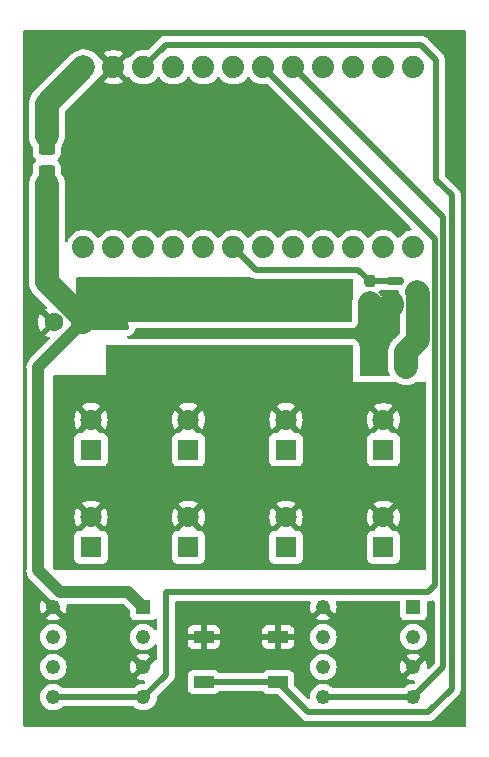
<source format=gbr>
%TF.GenerationSoftware,KiCad,Pcbnew,7.0.10-7.0.10~ubuntu20.04.1*%
%TF.CreationDate,2024-02-13T11:26:12+09:00*%
%TF.ProjectId,diy_oled_3d_controller,6469795f-6f6c-4656-945f-33645f636f6e,rev?*%
%TF.SameCoordinates,Original*%
%TF.FileFunction,Copper,L1,Top*%
%TF.FilePolarity,Positive*%
%FSLAX46Y46*%
G04 Gerber Fmt 4.6, Leading zero omitted, Abs format (unit mm)*
G04 Created by KiCad (PCBNEW 7.0.10-7.0.10~ubuntu20.04.1) date 2024-02-13 11:26:12*
%MOMM*%
%LPD*%
G01*
G04 APERTURE LIST*
G04 Aperture macros list*
%AMRoundRect*
0 Rectangle with rounded corners*
0 $1 Rounding radius*
0 $2 $3 $4 $5 $6 $7 $8 $9 X,Y pos of 4 corners*
0 Add a 4 corners polygon primitive as box body*
4,1,4,$2,$3,$4,$5,$6,$7,$8,$9,$2,$3,0*
0 Add four circle primitives for the rounded corners*
1,1,$1+$1,$2,$3*
1,1,$1+$1,$4,$5*
1,1,$1+$1,$6,$7*
1,1,$1+$1,$8,$9*
0 Add four rect primitives between the rounded corners*
20,1,$1+$1,$2,$3,$4,$5,0*
20,1,$1+$1,$4,$5,$6,$7,0*
20,1,$1+$1,$6,$7,$8,$9,0*
20,1,$1+$1,$8,$9,$2,$3,0*%
G04 Aperture macros list end*
%TA.AperFunction,SMDPad,CuDef*%
%ADD10RoundRect,0.237500X-0.237500X0.250000X-0.237500X-0.250000X0.237500X-0.250000X0.237500X0.250000X0*%
%TD*%
%TA.AperFunction,SMDPad,CuDef*%
%ADD11RoundRect,0.250000X-0.450000X0.325000X-0.450000X-0.325000X0.450000X-0.325000X0.450000X0.325000X0*%
%TD*%
%TA.AperFunction,ComponentPad*%
%ADD12R,1.800000X1.800000*%
%TD*%
%TA.AperFunction,ComponentPad*%
%ADD13C,1.800000*%
%TD*%
%TA.AperFunction,SMDPad,CuDef*%
%ADD14RoundRect,0.150000X-0.587500X-0.150000X0.587500X-0.150000X0.587500X0.150000X-0.587500X0.150000X0*%
%TD*%
%TA.AperFunction,SMDPad,CuDef*%
%ADD15RoundRect,0.249999X-1.425001X0.450001X-1.425001X-0.450001X1.425001X-0.450001X1.425001X0.450001X0*%
%TD*%
%TA.AperFunction,ComponentPad*%
%ADD16C,1.600000*%
%TD*%
%TA.AperFunction,ComponentPad*%
%ADD17C,1.879600*%
%TD*%
%TA.AperFunction,SMDPad,CuDef*%
%ADD18R,1.700000X1.000000*%
%TD*%
%TA.AperFunction,ComponentPad*%
%ADD19R,1.220000X1.220000*%
%TD*%
%TA.AperFunction,ComponentPad*%
%ADD20C,1.220000*%
%TD*%
%TA.AperFunction,ViaPad*%
%ADD21C,0.800000*%
%TD*%
%TA.AperFunction,Conductor*%
%ADD22C,2.000000*%
%TD*%
%TA.AperFunction,Conductor*%
%ADD23C,0.500000*%
%TD*%
%TA.AperFunction,Conductor*%
%ADD24C,1.000000*%
%TD*%
G04 APERTURE END LIST*
D10*
%TO.P,R1,1*%
%TO.N,/LED_CONTROL*%
X120782500Y-70207500D03*
%TO.P,R1,2*%
%TO.N,GND*%
X120782500Y-72032500D03*
%TD*%
D11*
%TO.P,F1,2*%
%TO.N,/5V_AFTER_FUSE*%
X93421200Y-60969000D03*
%TO.P,F1,1*%
%TO.N,+5V*%
X93421200Y-58919000D03*
%TD*%
D12*
%TO.P,D6,1,K*%
%TO.N,/LED_MOSFET*%
X105410000Y-92715000D03*
D13*
%TO.P,D6,2,A*%
%TO.N,/RESISTOR_LED*%
X105410000Y-90175000D03*
%TD*%
D12*
%TO.P,D8,1,K*%
%TO.N,/LED_MOSFET*%
X121920000Y-92715000D03*
D13*
%TO.P,D8,2,A*%
%TO.N,/RESISTOR_LED*%
X121920000Y-90175000D03*
%TD*%
D12*
%TO.P,D1,1,K*%
%TO.N,/LED_MOSFET*%
X97155000Y-84455000D03*
D13*
%TO.P,D1,2,A*%
%TO.N,/RESISTOR_LED*%
X97155000Y-81915000D03*
%TD*%
D14*
%TO.P,Q1,1,G*%
%TO.N,/LED_CONTROL*%
X122887500Y-70170000D03*
%TO.P,Q1,2,S*%
%TO.N,GND*%
X122887500Y-72070000D03*
%TO.P,Q1,3,D*%
%TO.N,/LED_MOSFET*%
X124762500Y-71120000D03*
%TD*%
D12*
%TO.P,D5,1,K*%
%TO.N,/LED_MOSFET*%
X97155000Y-92710000D03*
D13*
%TO.P,D5,2,A*%
%TO.N,/RESISTOR_LED*%
X97155000Y-90170000D03*
%TD*%
D12*
%TO.P,D4,1,K*%
%TO.N,/LED_MOSFET*%
X121920000Y-84460000D03*
D13*
%TO.P,D4,2,A*%
%TO.N,/RESISTOR_LED*%
X121920000Y-81920000D03*
%TD*%
D15*
%TO.P,R11,1*%
%TO.N,/5V_AFTER_FUSE*%
X111760000Y-71245000D03*
%TO.P,R11,2*%
%TO.N,/RESISTOR_LED*%
X111760000Y-77345000D03*
%TD*%
D16*
%TO.P,C1,1*%
%TO.N,/5V_AFTER_FUSE*%
X96500000Y-73660000D03*
%TO.P,C1,2*%
%TO.N,GND*%
X94000000Y-73660000D03*
%TD*%
D12*
%TO.P,D7,1,K*%
%TO.N,/LED_MOSFET*%
X113665000Y-92715000D03*
D13*
%TO.P,D7,2,A*%
%TO.N,/RESISTOR_LED*%
X113665000Y-90175000D03*
%TD*%
D17*
%TO.P,B1,24,RAW*%
%TO.N,+5V*%
X96520000Y-52070000D03*
%TO.P,B1,23,GND*%
%TO.N,GND*%
X99060000Y-52070000D03*
%TO.P,B1,22,RESET*%
%TO.N,Net-(B1-RESET)*%
X101600000Y-52070000D03*
%TO.P,B1,21,VCC*%
%TO.N,unconnected-(B1-VCC-Pad21)*%
X104140000Y-52070000D03*
%TO.P,B1,20,A3*%
%TO.N,unconnected-(B1-A3-Pad20)*%
X106680000Y-52070000D03*
%TO.P,B1,19,A2*%
%TO.N,unconnected-(B1-A2-Pad19)*%
X109220000Y-52070000D03*
%TO.P,B1,18,A1*%
%TO.N,/LEFT_OPT101_OUTPUT*%
X111760000Y-52070000D03*
%TO.P,B1,17,A0*%
%TO.N,/RIGHT_OPT101_OUTPUT*%
X114300000Y-52070000D03*
%TO.P,B1,16,13(SCK)*%
%TO.N,unconnected-(B1-13(SCK)-Pad16)*%
X116840000Y-52070000D03*
%TO.P,B1,15,12(MISO)*%
%TO.N,unconnected-(B1-12(MISO)-Pad15)*%
X119380000Y-52070000D03*
%TO.P,B1,14,11(MOSI)*%
%TO.N,unconnected-(B1-11(MOSI)-Pad14)*%
X121920000Y-52070000D03*
%TO.P,B1,13,\u002A10*%
%TO.N,unconnected-(B1-\u002A10-Pad13)*%
X124460000Y-52070000D03*
%TO.P,B1,12,\u002A9*%
%TO.N,unconnected-(B1-\u002A9-Pad12)*%
X124460000Y-67310000D03*
%TO.P,B1,11,8*%
%TO.N,unconnected-(B1-8-Pad11)*%
X121920000Y-67310000D03*
%TO.P,B1,10,7*%
%TO.N,unconnected-(B1-7-Pad10)*%
X119380000Y-67310000D03*
%TO.P,B1,9,\u002A6*%
%TO.N,unconnected-(B1-\u002A6-Pad9)*%
X116840000Y-67310000D03*
%TO.P,B1,8,\u002A5*%
%TO.N,unconnected-(B1-\u002A5-Pad8)*%
X114300000Y-67310000D03*
%TO.P,B1,7,4*%
%TO.N,unconnected-(B1-4-Pad7)*%
X111760000Y-67310000D03*
%TO.P,B1,6,\u002A3*%
%TO.N,/LED_CONTROL*%
X109220000Y-67310000D03*
%TO.P,B1,5,2*%
%TO.N,unconnected-(B1-2-Pad5)*%
X106680000Y-67310000D03*
%TO.P,B1,4,GND*%
%TO.N,unconnected-(B1-GND-Pad4)*%
X104140000Y-67310000D03*
%TO.P,B1,3,GND*%
%TO.N,unconnected-(B1-GND-Pad3)*%
X101600000Y-67310000D03*
%TO.P,B1,2,RXI*%
%TO.N,unconnected-(B1-RXI-Pad2)*%
X99060000Y-67310000D03*
%TO.P,B1,1,TXO*%
%TO.N,unconnected-(B1-TXO-Pad1)*%
X96520000Y-67310000D03*
%TD*%
D12*
%TO.P,D2,1,K*%
%TO.N,/LED_MOSFET*%
X105410000Y-84455000D03*
D13*
%TO.P,D2,2,A*%
%TO.N,/RESISTOR_LED*%
X105410000Y-81915000D03*
%TD*%
D15*
%TO.P,R13,1*%
%TO.N,/5V_AFTER_FUSE*%
X101600000Y-71245000D03*
%TO.P,R13,2*%
%TO.N,/RESISTOR_LED*%
X101600000Y-77345000D03*
%TD*%
D18*
%TO.P,S1,1,1*%
%TO.N,Net-(B1-RESET)*%
X106705000Y-104135000D03*
%TO.P,S1,2,2*%
X113005000Y-104135000D03*
%TO.P,S1,3,3*%
%TO.N,GND*%
X106705000Y-100335000D03*
%TO.P,S1,4,4*%
X113005000Y-100335000D03*
%TD*%
D15*
%TO.P,R10,1*%
%TO.N,/5V_AFTER_FUSE*%
X116840000Y-71245000D03*
%TO.P,R10,2*%
%TO.N,/RESISTOR_LED*%
X116840000Y-77345000D03*
%TD*%
%TO.P,R12,1*%
%TO.N,/5V_AFTER_FUSE*%
X106680000Y-71245000D03*
%TO.P,R12,2*%
%TO.N,/RESISTOR_LED*%
X106680000Y-77345000D03*
%TD*%
D12*
%TO.P,D3,1,K*%
%TO.N,/LED_MOSFET*%
X113665000Y-84455000D03*
D13*
%TO.P,D3,2,A*%
%TO.N,/RESISTOR_LED*%
X113665000Y-81915000D03*
%TD*%
D19*
%TO.P,U2,1,VS*%
%TO.N,/5V_AFTER_FUSE*%
X124460000Y-97790000D03*
D20*
%TO.P,U2,2,-IN*%
%TO.N,unconnected-(U2--IN-Pad2)*%
X124460000Y-100330000D03*
%TO.P,U2,3,-V*%
%TO.N,GND*%
X124460000Y-102870000D03*
%TO.P,U2,4,1MOHM_FB*%
%TO.N,/RIGHT_OPT101_OUTPUT*%
X124460000Y-105410000D03*
%TO.P,U2,5,OUTPUT*%
X116830000Y-105410000D03*
%TO.P,U2,6*%
%TO.N,N/C*%
X116830000Y-102870000D03*
%TO.P,U2,7*%
X116830000Y-100330000D03*
%TO.P,U2,8,COMMON*%
%TO.N,GND*%
X116830000Y-97790000D03*
%TD*%
D19*
%TO.P,U1,1,VS*%
%TO.N,/5V_AFTER_FUSE*%
X101600000Y-97790000D03*
D20*
%TO.P,U1,2,-IN*%
%TO.N,unconnected-(U1--IN-Pad2)*%
X101600000Y-100330000D03*
%TO.P,U1,3,-V*%
%TO.N,GND*%
X101600000Y-102870000D03*
%TO.P,U1,4,1MOHM_FB*%
%TO.N,/LEFT_OPT101_OUTPUT*%
X101600000Y-105410000D03*
%TO.P,U1,5,OUTPUT*%
X93970000Y-105410000D03*
%TO.P,U1,6*%
%TO.N,N/C*%
X93970000Y-102870000D03*
%TO.P,U1,7*%
X93970000Y-100330000D03*
%TO.P,U1,8,COMMON*%
%TO.N,GND*%
X93970000Y-97790000D03*
%TD*%
D21*
%TO.N,GND*%
X120650000Y-76200000D03*
X120650000Y-74295000D03*
%TO.N,/LED_MOSFET*%
X123825000Y-76200000D03*
X123825000Y-77470000D03*
%TD*%
D22*
%TO.N,/5V_AFTER_FUSE*%
X93421200Y-61969000D02*
X93421200Y-70252772D01*
X93421200Y-70252772D02*
X96500000Y-73331572D01*
X96500000Y-73331572D02*
X96500000Y-73660000D01*
D23*
%TO.N,/LED_CONTROL*%
X122850000Y-70207500D02*
X122887500Y-70170000D01*
X109220000Y-67310000D02*
X111125000Y-69215000D01*
X111125000Y-69215000D02*
X119790000Y-69215000D01*
X119790000Y-69215000D02*
X120782500Y-70207500D01*
X120782500Y-70207500D02*
X122850000Y-70207500D01*
%TO.N,/RIGHT_OPT101_OUTPUT*%
X124460000Y-105410000D02*
X116830000Y-105410000D01*
X114300000Y-52070000D02*
X127000000Y-64770000D01*
X127000000Y-102870000D02*
X124460000Y-105410000D01*
X127000000Y-64770000D02*
X127000000Y-102870000D01*
%TO.N,/LEFT_OPT101_OUTPUT*%
X103505000Y-103505000D02*
X103505000Y-96520000D01*
X126295480Y-95949520D02*
X126295480Y-66615480D01*
X101600000Y-105410000D02*
X93970000Y-105410000D01*
X126300480Y-66610480D02*
X111760000Y-52070000D01*
X103505000Y-96520000D02*
X125725000Y-96520000D01*
X126295480Y-66615480D02*
X126300480Y-66610480D01*
X101600000Y-105410000D02*
X103505000Y-103505000D01*
X125725000Y-96520000D02*
X126295480Y-95949520D01*
D22*
%TO.N,GND*%
X120650000Y-74295000D02*
X122625000Y-72320000D01*
D24*
X123020000Y-72070000D02*
X120820000Y-72070000D01*
D22*
X120782500Y-72032500D02*
X120782500Y-74162500D01*
D24*
X120820000Y-72070000D02*
X120782500Y-72032500D01*
D22*
X122625000Y-72320000D02*
X122625000Y-72070000D01*
X120782500Y-74162500D02*
X120650000Y-74295000D01*
D23*
%TO.N,Net-(B1-RESET)*%
X127699520Y-62929520D02*
X127699520Y-104710480D01*
X103505000Y-50165000D02*
X125095000Y-50165000D01*
X127699520Y-104710480D02*
X125730000Y-106680000D01*
X125095000Y-50165000D02*
X126365000Y-51435000D01*
X106705000Y-104135000D02*
X113005000Y-104135000D01*
X126365000Y-51435000D02*
X126365000Y-61595000D01*
X101600000Y-52070000D02*
X103505000Y-50165000D01*
X126365000Y-61595000D02*
X127699520Y-62929520D01*
X115550000Y-106680000D02*
X113005000Y-104135000D01*
X125730000Y-106680000D02*
X115550000Y-106680000D01*
D22*
%TO.N,+5V*%
X93421200Y-55168800D02*
X96520000Y-52070000D01*
D24*
%TO.N,/5V_AFTER_FUSE*%
X94551929Y-96520000D02*
X100330000Y-96520000D01*
X92705000Y-94673071D02*
X94551929Y-96520000D01*
X92710000Y-77470000D02*
X92710000Y-94668071D01*
X96500000Y-73680000D02*
X92710000Y-77470000D01*
X92710000Y-94668071D02*
X92705000Y-94673071D01*
X100330000Y-96520000D02*
X101600000Y-97790000D01*
D22*
%TO.N,+5V*%
X93421200Y-57919000D02*
X93421200Y-55168800D01*
%TO.N,/LED_MOSFET*%
X124824520Y-75200480D02*
X123825000Y-76200000D01*
X123825000Y-76200000D02*
X123825000Y-77470000D01*
X124762500Y-71120000D02*
X124824520Y-71182020D01*
X124824520Y-71182020D02*
X124824520Y-75200480D01*
%TD*%
%TA.AperFunction,Conductor*%
%TO.N,/5V_AFTER_FUSE*%
G36*
X110716085Y-69864779D02*
G01*
X110717444Y-69861865D01*
X110724093Y-69864965D01*
X110724095Y-69864967D01*
X110766546Y-69884762D01*
X110792786Y-69896998D01*
X110796084Y-69898595D01*
X110825102Y-69913168D01*
X110863812Y-69932609D01*
X110863814Y-69932609D01*
X110870713Y-69935121D01*
X110870689Y-69935185D01*
X110877805Y-69937659D01*
X110877827Y-69937595D01*
X110884791Y-69939903D01*
X110959063Y-69955238D01*
X110962630Y-69956029D01*
X111036344Y-69973500D01*
X111036351Y-69973500D01*
X111043633Y-69974352D01*
X111043625Y-69974419D01*
X111051122Y-69975185D01*
X111051128Y-69975119D01*
X111058435Y-69975757D01*
X111058442Y-69975759D01*
X111133189Y-69973584D01*
X111134259Y-69973553D01*
X111137923Y-69973500D01*
X119254000Y-69973500D01*
X119322121Y-69993502D01*
X119368614Y-70047158D01*
X119380000Y-70099500D01*
X119380000Y-71449356D01*
X119373516Y-71489256D01*
X119313068Y-71670319D01*
X119274001Y-71910711D01*
X119274000Y-71910725D01*
X119274000Y-73534000D01*
X119253998Y-73602121D01*
X119200342Y-73648614D01*
X119148000Y-73660000D01*
X100330000Y-73660000D01*
X100359394Y-74075255D01*
X100365400Y-74160103D01*
X100350257Y-74229466D01*
X100300018Y-74279632D01*
X100239714Y-74295000D01*
X96011000Y-74295000D01*
X95942879Y-74274998D01*
X95896386Y-74221342D01*
X95885000Y-74169000D01*
X95885000Y-69976000D01*
X95905002Y-69907879D01*
X95958658Y-69861386D01*
X96011000Y-69850000D01*
X110664097Y-69850000D01*
X110716085Y-69864779D01*
G37*
%TD.AperFunction*%
%TD*%
%TA.AperFunction,Conductor*%
%TO.N,/RESISTOR_LED*%
G36*
X119322121Y-75585002D02*
G01*
X119368614Y-75638658D01*
X119380000Y-75691000D01*
X119380000Y-78740000D01*
X122973943Y-78740000D01*
X123036942Y-78756880D01*
X123176213Y-78837289D01*
X123403943Y-78923656D01*
X123642579Y-78972374D01*
X123885939Y-78982181D01*
X124127720Y-78952823D01*
X124361662Y-78885061D01*
X124581704Y-78780650D01*
X124608283Y-78762304D01*
X124675708Y-78740068D01*
X124679859Y-78740000D01*
X125410980Y-78740000D01*
X125479101Y-78760002D01*
X125525594Y-78813658D01*
X125536980Y-78866000D01*
X125536980Y-94489000D01*
X125516978Y-94557121D01*
X125463322Y-94603614D01*
X125410980Y-94615000D01*
X94125353Y-94615000D01*
X94057232Y-94594998D01*
X94036258Y-94578095D01*
X94016905Y-94558742D01*
X93982879Y-94496430D01*
X93980000Y-94469647D01*
X93980000Y-90170000D01*
X95742174Y-90170000D01*
X95761444Y-90402549D01*
X95818724Y-90628743D01*
X95818726Y-90628747D01*
X95912455Y-90842427D01*
X95995796Y-90969990D01*
X96710155Y-90255633D01*
X96711327Y-90271265D01*
X96760887Y-90397541D01*
X96845465Y-90503599D01*
X96957547Y-90580016D01*
X97069623Y-90614586D01*
X96419616Y-91264595D01*
X96357303Y-91298620D01*
X96330520Y-91301500D01*
X96206350Y-91301500D01*
X96145803Y-91308009D01*
X96145795Y-91308011D01*
X96008797Y-91359110D01*
X96008792Y-91359112D01*
X95891738Y-91446738D01*
X95804112Y-91563792D01*
X95804110Y-91563797D01*
X95753011Y-91700795D01*
X95753009Y-91700803D01*
X95746500Y-91761350D01*
X95746500Y-93658649D01*
X95753009Y-93719196D01*
X95753011Y-93719204D01*
X95804110Y-93856202D01*
X95804112Y-93856207D01*
X95891738Y-93973261D01*
X96008792Y-94060887D01*
X96008794Y-94060888D01*
X96008796Y-94060889D01*
X96067875Y-94082924D01*
X96145795Y-94111988D01*
X96145803Y-94111990D01*
X96206350Y-94118499D01*
X96206355Y-94118499D01*
X96206362Y-94118500D01*
X96206368Y-94118500D01*
X98103632Y-94118500D01*
X98103638Y-94118500D01*
X98103645Y-94118499D01*
X98103649Y-94118499D01*
X98164196Y-94111990D01*
X98164199Y-94111989D01*
X98164201Y-94111989D01*
X98169352Y-94110068D01*
X98183045Y-94104960D01*
X98301204Y-94060889D01*
X98418261Y-93973261D01*
X98430806Y-93956503D01*
X98505887Y-93856207D01*
X98505887Y-93856206D01*
X98505889Y-93856204D01*
X98556989Y-93719201D01*
X98562963Y-93663638D01*
X98563499Y-93658649D01*
X98563500Y-93658632D01*
X98563500Y-91761367D01*
X98563499Y-91761350D01*
X98556990Y-91700803D01*
X98556988Y-91700795D01*
X98505889Y-91563797D01*
X98505887Y-91563792D01*
X98418261Y-91446738D01*
X98301207Y-91359112D01*
X98301202Y-91359110D01*
X98164204Y-91308011D01*
X98164196Y-91308009D01*
X98103649Y-91301500D01*
X98103638Y-91301500D01*
X97979480Y-91301500D01*
X97911359Y-91281498D01*
X97890384Y-91264595D01*
X97238315Y-90612525D01*
X97289138Y-90604865D01*
X97411357Y-90546007D01*
X97510798Y-90453740D01*
X97578625Y-90336260D01*
X97597550Y-90253341D01*
X98314200Y-90969991D01*
X98314202Y-90969991D01*
X98397544Y-90842427D01*
X98491273Y-90628747D01*
X98491275Y-90628743D01*
X98548555Y-90402549D01*
X98567411Y-90175000D01*
X103997174Y-90175000D01*
X104016444Y-90407549D01*
X104073724Y-90633743D01*
X104073726Y-90633747D01*
X104167455Y-90847427D01*
X104250796Y-90974990D01*
X104965155Y-90260633D01*
X104966327Y-90276265D01*
X105015887Y-90402541D01*
X105100465Y-90508599D01*
X105212547Y-90585016D01*
X105324623Y-90619586D01*
X104674616Y-91269595D01*
X104612303Y-91303620D01*
X104585520Y-91306500D01*
X104461350Y-91306500D01*
X104400803Y-91313009D01*
X104400795Y-91313011D01*
X104263797Y-91364110D01*
X104263792Y-91364112D01*
X104146738Y-91451738D01*
X104059112Y-91568792D01*
X104059110Y-91568797D01*
X104008011Y-91705795D01*
X104008009Y-91705803D01*
X104001500Y-91766350D01*
X104001500Y-93663649D01*
X104008009Y-93724196D01*
X104008011Y-93724204D01*
X104059110Y-93861202D01*
X104059112Y-93861207D01*
X104146738Y-93978261D01*
X104263792Y-94065887D01*
X104263794Y-94065888D01*
X104263796Y-94065889D01*
X104322875Y-94087924D01*
X104400795Y-94116988D01*
X104400803Y-94116990D01*
X104461350Y-94123499D01*
X104461355Y-94123499D01*
X104461362Y-94123500D01*
X104461368Y-94123500D01*
X106358632Y-94123500D01*
X106358638Y-94123500D01*
X106358645Y-94123499D01*
X106358649Y-94123499D01*
X106419196Y-94116990D01*
X106419199Y-94116989D01*
X106419201Y-94116989D01*
X106556204Y-94065889D01*
X106562884Y-94060889D01*
X106673261Y-93978261D01*
X106760887Y-93861207D01*
X106760887Y-93861206D01*
X106760889Y-93861204D01*
X106811989Y-93724201D01*
X106812527Y-93719204D01*
X106818499Y-93663649D01*
X106818500Y-93663632D01*
X106818500Y-91766367D01*
X106818499Y-91766350D01*
X106811990Y-91705803D01*
X106811988Y-91705795D01*
X106760889Y-91568797D01*
X106760887Y-91568792D01*
X106673261Y-91451738D01*
X106556207Y-91364112D01*
X106556202Y-91364110D01*
X106419204Y-91313011D01*
X106419196Y-91313009D01*
X106358649Y-91306500D01*
X106358638Y-91306500D01*
X106234480Y-91306500D01*
X106166359Y-91286498D01*
X106145384Y-91269595D01*
X105493315Y-90617525D01*
X105544138Y-90609865D01*
X105666357Y-90551007D01*
X105765798Y-90458740D01*
X105833625Y-90341260D01*
X105852550Y-90258341D01*
X106569200Y-90974991D01*
X106569202Y-90974991D01*
X106652544Y-90847427D01*
X106746273Y-90633747D01*
X106746275Y-90633743D01*
X106803555Y-90407549D01*
X106822825Y-90175000D01*
X112252174Y-90175000D01*
X112271444Y-90407549D01*
X112328724Y-90633743D01*
X112328726Y-90633747D01*
X112422455Y-90847427D01*
X112505796Y-90974990D01*
X113220155Y-90260633D01*
X113221327Y-90276265D01*
X113270887Y-90402541D01*
X113355465Y-90508599D01*
X113467547Y-90585016D01*
X113579623Y-90619586D01*
X112929616Y-91269595D01*
X112867303Y-91303620D01*
X112840520Y-91306500D01*
X112716350Y-91306500D01*
X112655803Y-91313009D01*
X112655795Y-91313011D01*
X112518797Y-91364110D01*
X112518792Y-91364112D01*
X112401738Y-91451738D01*
X112314112Y-91568792D01*
X112314110Y-91568797D01*
X112263011Y-91705795D01*
X112263009Y-91705803D01*
X112256500Y-91766350D01*
X112256500Y-93663649D01*
X112263009Y-93724196D01*
X112263011Y-93724204D01*
X112314110Y-93861202D01*
X112314112Y-93861207D01*
X112401738Y-93978261D01*
X112518792Y-94065887D01*
X112518794Y-94065888D01*
X112518796Y-94065889D01*
X112577875Y-94087924D01*
X112655795Y-94116988D01*
X112655803Y-94116990D01*
X112716350Y-94123499D01*
X112716355Y-94123499D01*
X112716362Y-94123500D01*
X112716368Y-94123500D01*
X114613632Y-94123500D01*
X114613638Y-94123500D01*
X114613645Y-94123499D01*
X114613649Y-94123499D01*
X114674196Y-94116990D01*
X114674199Y-94116989D01*
X114674201Y-94116989D01*
X114811204Y-94065889D01*
X114817884Y-94060889D01*
X114928261Y-93978261D01*
X115015887Y-93861207D01*
X115015887Y-93861206D01*
X115015889Y-93861204D01*
X115066989Y-93724201D01*
X115067527Y-93719204D01*
X115073499Y-93663649D01*
X115073500Y-93663632D01*
X115073500Y-91766367D01*
X115073499Y-91766350D01*
X115066990Y-91705803D01*
X115066988Y-91705795D01*
X115015889Y-91568797D01*
X115015887Y-91568792D01*
X114928261Y-91451738D01*
X114811207Y-91364112D01*
X114811202Y-91364110D01*
X114674204Y-91313011D01*
X114674196Y-91313009D01*
X114613649Y-91306500D01*
X114613638Y-91306500D01*
X114489480Y-91306500D01*
X114421359Y-91286498D01*
X114400384Y-91269595D01*
X113748315Y-90617525D01*
X113799138Y-90609865D01*
X113921357Y-90551007D01*
X114020798Y-90458740D01*
X114088625Y-90341260D01*
X114107550Y-90258341D01*
X114824200Y-90974991D01*
X114824202Y-90974991D01*
X114907544Y-90847427D01*
X115001273Y-90633747D01*
X115001275Y-90633743D01*
X115058555Y-90407549D01*
X115077825Y-90175000D01*
X120507174Y-90175000D01*
X120526444Y-90407549D01*
X120583724Y-90633743D01*
X120583726Y-90633747D01*
X120677455Y-90847427D01*
X120760796Y-90974990D01*
X121475155Y-90260633D01*
X121476327Y-90276265D01*
X121525887Y-90402541D01*
X121610465Y-90508599D01*
X121722547Y-90585016D01*
X121834623Y-90619586D01*
X121184616Y-91269595D01*
X121122303Y-91303620D01*
X121095520Y-91306500D01*
X120971350Y-91306500D01*
X120910803Y-91313009D01*
X120910795Y-91313011D01*
X120773797Y-91364110D01*
X120773792Y-91364112D01*
X120656738Y-91451738D01*
X120569112Y-91568792D01*
X120569110Y-91568797D01*
X120518011Y-91705795D01*
X120518009Y-91705803D01*
X120511500Y-91766350D01*
X120511500Y-93663649D01*
X120518009Y-93724196D01*
X120518011Y-93724204D01*
X120569110Y-93861202D01*
X120569112Y-93861207D01*
X120656738Y-93978261D01*
X120773792Y-94065887D01*
X120773794Y-94065888D01*
X120773796Y-94065889D01*
X120832875Y-94087924D01*
X120910795Y-94116988D01*
X120910803Y-94116990D01*
X120971350Y-94123499D01*
X120971355Y-94123499D01*
X120971362Y-94123500D01*
X120971368Y-94123500D01*
X122868632Y-94123500D01*
X122868638Y-94123500D01*
X122868645Y-94123499D01*
X122868649Y-94123499D01*
X122929196Y-94116990D01*
X122929199Y-94116989D01*
X122929201Y-94116989D01*
X123066204Y-94065889D01*
X123072884Y-94060889D01*
X123183261Y-93978261D01*
X123270887Y-93861207D01*
X123270887Y-93861206D01*
X123270889Y-93861204D01*
X123321989Y-93724201D01*
X123322527Y-93719204D01*
X123328499Y-93663649D01*
X123328500Y-93663632D01*
X123328500Y-91766367D01*
X123328499Y-91766350D01*
X123321990Y-91705803D01*
X123321988Y-91705795D01*
X123270889Y-91568797D01*
X123270887Y-91568792D01*
X123183261Y-91451738D01*
X123066207Y-91364112D01*
X123066202Y-91364110D01*
X122929204Y-91313011D01*
X122929196Y-91313009D01*
X122868649Y-91306500D01*
X122868638Y-91306500D01*
X122744480Y-91306500D01*
X122676359Y-91286498D01*
X122655384Y-91269595D01*
X122003315Y-90617525D01*
X122054138Y-90609865D01*
X122176357Y-90551007D01*
X122275798Y-90458740D01*
X122343625Y-90341260D01*
X122362550Y-90258341D01*
X123079200Y-90974991D01*
X123079202Y-90974991D01*
X123162544Y-90847427D01*
X123256273Y-90633747D01*
X123256275Y-90633743D01*
X123313555Y-90407549D01*
X123332825Y-90175000D01*
X123313555Y-89942450D01*
X123256275Y-89716256D01*
X123256273Y-89716252D01*
X123162544Y-89502572D01*
X123079201Y-89375007D01*
X122364844Y-90089364D01*
X122363673Y-90073735D01*
X122314113Y-89947459D01*
X122229535Y-89841401D01*
X122117453Y-89764984D01*
X122005376Y-89730413D01*
X122721318Y-89014470D01*
X122692740Y-88992227D01*
X122487525Y-88881172D01*
X122487522Y-88881170D01*
X122266832Y-88805407D01*
X122266823Y-88805405D01*
X122036666Y-88767000D01*
X121803334Y-88767000D01*
X121573176Y-88805405D01*
X121573167Y-88805407D01*
X121352477Y-88881170D01*
X121352474Y-88881172D01*
X121147258Y-88992227D01*
X121118680Y-89014469D01*
X121118680Y-89014471D01*
X121836683Y-89732474D01*
X121785862Y-89740135D01*
X121663643Y-89798993D01*
X121564202Y-89891260D01*
X121496375Y-90008740D01*
X121477449Y-90091658D01*
X120760798Y-89375007D01*
X120760797Y-89375007D01*
X120677459Y-89502566D01*
X120677452Y-89502578D01*
X120583726Y-89716252D01*
X120583724Y-89716256D01*
X120526444Y-89942450D01*
X120507174Y-90175000D01*
X115077825Y-90175000D01*
X115058555Y-89942450D01*
X115001275Y-89716256D01*
X115001273Y-89716252D01*
X114907544Y-89502572D01*
X114824201Y-89375007D01*
X114109844Y-90089364D01*
X114108673Y-90073735D01*
X114059113Y-89947459D01*
X113974535Y-89841401D01*
X113862453Y-89764984D01*
X113750376Y-89730413D01*
X114466318Y-89014470D01*
X114437740Y-88992227D01*
X114232525Y-88881172D01*
X114232522Y-88881170D01*
X114011832Y-88805407D01*
X114011823Y-88805405D01*
X113781666Y-88767000D01*
X113548334Y-88767000D01*
X113318176Y-88805405D01*
X113318167Y-88805407D01*
X113097477Y-88881170D01*
X113097474Y-88881172D01*
X112892258Y-88992227D01*
X112863680Y-89014469D01*
X112863680Y-89014471D01*
X113581683Y-89732474D01*
X113530862Y-89740135D01*
X113408643Y-89798993D01*
X113309202Y-89891260D01*
X113241375Y-90008740D01*
X113222449Y-90091658D01*
X112505798Y-89375007D01*
X112505797Y-89375007D01*
X112422459Y-89502566D01*
X112422452Y-89502578D01*
X112328726Y-89716252D01*
X112328724Y-89716256D01*
X112271444Y-89942450D01*
X112252174Y-90175000D01*
X106822825Y-90175000D01*
X106803555Y-89942450D01*
X106746275Y-89716256D01*
X106746273Y-89716252D01*
X106652544Y-89502572D01*
X106569201Y-89375007D01*
X105854844Y-90089364D01*
X105853673Y-90073735D01*
X105804113Y-89947459D01*
X105719535Y-89841401D01*
X105607453Y-89764984D01*
X105495376Y-89730413D01*
X106211318Y-89014470D01*
X106182740Y-88992227D01*
X105977525Y-88881172D01*
X105977522Y-88881170D01*
X105756832Y-88805407D01*
X105756823Y-88805405D01*
X105526666Y-88767000D01*
X105293334Y-88767000D01*
X105063176Y-88805405D01*
X105063167Y-88805407D01*
X104842477Y-88881170D01*
X104842474Y-88881172D01*
X104637258Y-88992227D01*
X104608680Y-89014469D01*
X104608680Y-89014471D01*
X105326683Y-89732474D01*
X105275862Y-89740135D01*
X105153643Y-89798993D01*
X105054202Y-89891260D01*
X104986375Y-90008740D01*
X104967449Y-90091658D01*
X104250798Y-89375007D01*
X104250797Y-89375007D01*
X104167459Y-89502566D01*
X104167452Y-89502578D01*
X104073726Y-89716252D01*
X104073724Y-89716256D01*
X104016444Y-89942450D01*
X103997174Y-90175000D01*
X98567411Y-90175000D01*
X98567825Y-90170000D01*
X98548555Y-89937450D01*
X98491275Y-89711256D01*
X98491273Y-89711252D01*
X98397544Y-89497572D01*
X98314201Y-89370007D01*
X97599844Y-90084364D01*
X97598673Y-90068735D01*
X97549113Y-89942459D01*
X97464535Y-89836401D01*
X97352453Y-89759984D01*
X97240376Y-89725413D01*
X97956318Y-89009470D01*
X97927740Y-88987227D01*
X97722525Y-88876172D01*
X97722522Y-88876170D01*
X97501832Y-88800407D01*
X97501823Y-88800405D01*
X97271666Y-88762000D01*
X97038334Y-88762000D01*
X96808176Y-88800405D01*
X96808167Y-88800407D01*
X96587477Y-88876170D01*
X96587474Y-88876172D01*
X96382258Y-88987227D01*
X96353680Y-89009469D01*
X96353680Y-89009471D01*
X97071683Y-89727474D01*
X97020862Y-89735135D01*
X96898643Y-89793993D01*
X96799202Y-89886260D01*
X96731375Y-90003740D01*
X96712449Y-90086658D01*
X95995798Y-89370007D01*
X95995797Y-89370007D01*
X95912459Y-89497566D01*
X95912452Y-89497578D01*
X95818726Y-89711252D01*
X95818724Y-89711256D01*
X95761444Y-89937450D01*
X95742174Y-90170000D01*
X93980000Y-90170000D01*
X93980000Y-81915000D01*
X95742174Y-81915000D01*
X95761444Y-82147549D01*
X95818724Y-82373743D01*
X95818726Y-82373747D01*
X95912455Y-82587427D01*
X95995796Y-82714990D01*
X96710155Y-82000633D01*
X96711327Y-82016265D01*
X96760887Y-82142541D01*
X96845465Y-82248599D01*
X96957547Y-82325016D01*
X97069623Y-82359586D01*
X96419616Y-83009595D01*
X96357303Y-83043620D01*
X96330520Y-83046500D01*
X96206350Y-83046500D01*
X96145803Y-83053009D01*
X96145795Y-83053011D01*
X96008797Y-83104110D01*
X96008792Y-83104112D01*
X95891738Y-83191738D01*
X95804112Y-83308792D01*
X95804110Y-83308797D01*
X95753011Y-83445795D01*
X95753009Y-83445803D01*
X95746500Y-83506350D01*
X95746500Y-85403649D01*
X95753009Y-85464196D01*
X95753011Y-85464204D01*
X95804110Y-85601202D01*
X95804112Y-85601207D01*
X95891738Y-85718261D01*
X96008792Y-85805887D01*
X96008794Y-85805888D01*
X96008796Y-85805889D01*
X96067875Y-85827924D01*
X96145795Y-85856988D01*
X96145803Y-85856990D01*
X96206350Y-85863499D01*
X96206355Y-85863499D01*
X96206362Y-85863500D01*
X96206368Y-85863500D01*
X98103632Y-85863500D01*
X98103638Y-85863500D01*
X98103645Y-85863499D01*
X98103649Y-85863499D01*
X98164196Y-85856990D01*
X98164199Y-85856989D01*
X98164201Y-85856989D01*
X98301204Y-85805889D01*
X98418261Y-85718261D01*
X98505889Y-85601204D01*
X98556989Y-85464201D01*
X98562963Y-85408638D01*
X98563499Y-85403649D01*
X98563500Y-85403632D01*
X98563500Y-83506367D01*
X98563499Y-83506350D01*
X98556990Y-83445803D01*
X98556988Y-83445795D01*
X98505889Y-83308797D01*
X98505887Y-83308792D01*
X98418261Y-83191738D01*
X98301207Y-83104112D01*
X98301202Y-83104110D01*
X98164204Y-83053011D01*
X98164196Y-83053009D01*
X98103649Y-83046500D01*
X98103638Y-83046500D01*
X97979480Y-83046500D01*
X97911359Y-83026498D01*
X97890384Y-83009595D01*
X97238315Y-82357525D01*
X97289138Y-82349865D01*
X97411357Y-82291007D01*
X97510798Y-82198740D01*
X97578625Y-82081260D01*
X97597550Y-81998341D01*
X98314200Y-82714991D01*
X98314202Y-82714991D01*
X98397544Y-82587427D01*
X98491273Y-82373747D01*
X98491275Y-82373743D01*
X98548555Y-82147549D01*
X98567825Y-81915000D01*
X103997174Y-81915000D01*
X104016444Y-82147549D01*
X104073724Y-82373743D01*
X104073726Y-82373747D01*
X104167455Y-82587427D01*
X104250796Y-82714990D01*
X104965155Y-82000633D01*
X104966327Y-82016265D01*
X105015887Y-82142541D01*
X105100465Y-82248599D01*
X105212547Y-82325016D01*
X105324623Y-82359586D01*
X104674616Y-83009595D01*
X104612303Y-83043620D01*
X104585520Y-83046500D01*
X104461350Y-83046500D01*
X104400803Y-83053009D01*
X104400795Y-83053011D01*
X104263797Y-83104110D01*
X104263792Y-83104112D01*
X104146738Y-83191738D01*
X104059112Y-83308792D01*
X104059110Y-83308797D01*
X104008011Y-83445795D01*
X104008009Y-83445803D01*
X104001500Y-83506350D01*
X104001500Y-85403649D01*
X104008009Y-85464196D01*
X104008011Y-85464204D01*
X104059110Y-85601202D01*
X104059112Y-85601207D01*
X104146738Y-85718261D01*
X104263792Y-85805887D01*
X104263794Y-85805888D01*
X104263796Y-85805889D01*
X104322875Y-85827924D01*
X104400795Y-85856988D01*
X104400803Y-85856990D01*
X104461350Y-85863499D01*
X104461355Y-85863499D01*
X104461362Y-85863500D01*
X104461368Y-85863500D01*
X106358632Y-85863500D01*
X106358638Y-85863500D01*
X106358645Y-85863499D01*
X106358649Y-85863499D01*
X106419196Y-85856990D01*
X106419199Y-85856989D01*
X106419201Y-85856989D01*
X106556204Y-85805889D01*
X106673261Y-85718261D01*
X106760889Y-85601204D01*
X106811989Y-85464201D01*
X106817963Y-85408638D01*
X106818499Y-85403649D01*
X106818500Y-85403632D01*
X106818500Y-83506367D01*
X106818499Y-83506350D01*
X106811990Y-83445803D01*
X106811988Y-83445795D01*
X106760889Y-83308797D01*
X106760887Y-83308792D01*
X106673261Y-83191738D01*
X106556207Y-83104112D01*
X106556202Y-83104110D01*
X106419204Y-83053011D01*
X106419196Y-83053009D01*
X106358649Y-83046500D01*
X106358638Y-83046500D01*
X106234480Y-83046500D01*
X106166359Y-83026498D01*
X106145384Y-83009595D01*
X105493315Y-82357525D01*
X105544138Y-82349865D01*
X105666357Y-82291007D01*
X105765798Y-82198740D01*
X105833625Y-82081260D01*
X105852550Y-81998341D01*
X106569200Y-82714991D01*
X106569202Y-82714991D01*
X106652544Y-82587427D01*
X106746273Y-82373747D01*
X106746275Y-82373743D01*
X106803555Y-82147549D01*
X106822825Y-81915000D01*
X112252174Y-81915000D01*
X112271444Y-82147549D01*
X112328724Y-82373743D01*
X112328726Y-82373747D01*
X112422455Y-82587427D01*
X112505796Y-82714990D01*
X113220155Y-82000633D01*
X113221327Y-82016265D01*
X113270887Y-82142541D01*
X113355465Y-82248599D01*
X113467547Y-82325016D01*
X113579623Y-82359586D01*
X112929616Y-83009595D01*
X112867303Y-83043620D01*
X112840520Y-83046500D01*
X112716350Y-83046500D01*
X112655803Y-83053009D01*
X112655795Y-83053011D01*
X112518797Y-83104110D01*
X112518792Y-83104112D01*
X112401738Y-83191738D01*
X112314112Y-83308792D01*
X112314110Y-83308797D01*
X112263011Y-83445795D01*
X112263009Y-83445803D01*
X112256500Y-83506350D01*
X112256500Y-85403649D01*
X112263009Y-85464196D01*
X112263011Y-85464204D01*
X112314110Y-85601202D01*
X112314112Y-85601207D01*
X112401738Y-85718261D01*
X112518792Y-85805887D01*
X112518794Y-85805888D01*
X112518796Y-85805889D01*
X112577875Y-85827924D01*
X112655795Y-85856988D01*
X112655803Y-85856990D01*
X112716350Y-85863499D01*
X112716355Y-85863499D01*
X112716362Y-85863500D01*
X112716368Y-85863500D01*
X114613632Y-85863500D01*
X114613638Y-85863500D01*
X114613645Y-85863499D01*
X114613649Y-85863499D01*
X114674196Y-85856990D01*
X114674199Y-85856989D01*
X114674201Y-85856989D01*
X114811204Y-85805889D01*
X114928261Y-85718261D01*
X115015889Y-85601204D01*
X115066989Y-85464201D01*
X115072963Y-85408638D01*
X115073499Y-85403649D01*
X115073500Y-85403632D01*
X115073500Y-83506367D01*
X115073499Y-83506350D01*
X115066990Y-83445803D01*
X115066988Y-83445795D01*
X115015889Y-83308797D01*
X115015887Y-83308792D01*
X114928261Y-83191738D01*
X114811207Y-83104112D01*
X114811202Y-83104110D01*
X114674204Y-83053011D01*
X114674196Y-83053009D01*
X114613649Y-83046500D01*
X114613638Y-83046500D01*
X114489480Y-83046500D01*
X114421359Y-83026498D01*
X114400384Y-83009595D01*
X113748315Y-82357525D01*
X113799138Y-82349865D01*
X113921357Y-82291007D01*
X114020798Y-82198740D01*
X114088625Y-82081260D01*
X114107550Y-81998341D01*
X114824200Y-82714991D01*
X114824202Y-82714991D01*
X114907544Y-82587427D01*
X115001273Y-82373747D01*
X115001275Y-82373743D01*
X115058555Y-82147549D01*
X115077411Y-81920000D01*
X120507174Y-81920000D01*
X120526444Y-82152549D01*
X120583724Y-82378743D01*
X120583726Y-82378747D01*
X120677455Y-82592427D01*
X120760796Y-82719990D01*
X121475155Y-82005633D01*
X121476327Y-82021265D01*
X121525887Y-82147541D01*
X121610465Y-82253599D01*
X121722547Y-82330016D01*
X121834623Y-82364586D01*
X121184616Y-83014595D01*
X121122303Y-83048620D01*
X121095520Y-83051500D01*
X120971350Y-83051500D01*
X120910803Y-83058009D01*
X120910795Y-83058011D01*
X120773797Y-83109110D01*
X120773792Y-83109112D01*
X120656738Y-83196738D01*
X120569112Y-83313792D01*
X120569110Y-83313797D01*
X120518011Y-83450795D01*
X120518009Y-83450803D01*
X120511500Y-83511350D01*
X120511500Y-85408649D01*
X120518009Y-85469196D01*
X120518011Y-85469204D01*
X120569110Y-85606202D01*
X120569112Y-85606207D01*
X120656738Y-85723261D01*
X120773792Y-85810887D01*
X120773794Y-85810888D01*
X120773796Y-85810889D01*
X120832875Y-85832924D01*
X120910795Y-85861988D01*
X120910803Y-85861990D01*
X120971350Y-85868499D01*
X120971355Y-85868499D01*
X120971362Y-85868500D01*
X120971368Y-85868500D01*
X122868632Y-85868500D01*
X122868638Y-85868500D01*
X122868645Y-85868499D01*
X122868649Y-85868499D01*
X122929196Y-85861990D01*
X122929199Y-85861989D01*
X122929201Y-85861989D01*
X123066204Y-85810889D01*
X123072884Y-85805889D01*
X123183261Y-85723261D01*
X123270887Y-85606207D01*
X123270887Y-85606206D01*
X123270889Y-85606204D01*
X123321989Y-85469201D01*
X123322527Y-85464204D01*
X123328499Y-85408649D01*
X123328500Y-85408632D01*
X123328500Y-83511367D01*
X123328499Y-83511350D01*
X123321990Y-83450803D01*
X123321988Y-83450795D01*
X123270889Y-83313797D01*
X123270887Y-83313792D01*
X123183261Y-83196738D01*
X123066207Y-83109112D01*
X123066202Y-83109110D01*
X122929204Y-83058011D01*
X122929196Y-83058009D01*
X122868649Y-83051500D01*
X122868638Y-83051500D01*
X122744480Y-83051500D01*
X122676359Y-83031498D01*
X122655384Y-83014595D01*
X122003315Y-82362525D01*
X122054138Y-82354865D01*
X122176357Y-82296007D01*
X122275798Y-82203740D01*
X122343625Y-82086260D01*
X122362550Y-82003341D01*
X123079200Y-82719991D01*
X123079202Y-82719991D01*
X123162544Y-82592427D01*
X123256273Y-82378747D01*
X123256275Y-82378743D01*
X123313555Y-82152549D01*
X123332825Y-81920000D01*
X123313555Y-81687450D01*
X123256275Y-81461256D01*
X123256273Y-81461252D01*
X123162544Y-81247572D01*
X123079201Y-81120007D01*
X122364844Y-81834364D01*
X122363673Y-81818735D01*
X122314113Y-81692459D01*
X122229535Y-81586401D01*
X122117453Y-81509984D01*
X122005376Y-81475413D01*
X122721318Y-80759470D01*
X122692740Y-80737227D01*
X122487525Y-80626172D01*
X122487522Y-80626170D01*
X122266832Y-80550407D01*
X122266823Y-80550405D01*
X122036666Y-80512000D01*
X121803334Y-80512000D01*
X121573176Y-80550405D01*
X121573167Y-80550407D01*
X121352477Y-80626170D01*
X121352474Y-80626172D01*
X121147258Y-80737227D01*
X121118680Y-80759469D01*
X121118680Y-80759471D01*
X121836683Y-81477474D01*
X121785862Y-81485135D01*
X121663643Y-81543993D01*
X121564202Y-81636260D01*
X121496375Y-81753740D01*
X121477449Y-81836658D01*
X120760798Y-81120007D01*
X120760797Y-81120007D01*
X120677459Y-81247566D01*
X120677452Y-81247578D01*
X120583726Y-81461252D01*
X120583724Y-81461256D01*
X120526444Y-81687450D01*
X120507174Y-81920000D01*
X115077411Y-81920000D01*
X115077825Y-81915000D01*
X115058555Y-81682450D01*
X115001275Y-81456256D01*
X115001273Y-81456252D01*
X114907544Y-81242572D01*
X114824201Y-81115007D01*
X114109844Y-81829364D01*
X114108673Y-81813735D01*
X114059113Y-81687459D01*
X113974535Y-81581401D01*
X113862453Y-81504984D01*
X113750376Y-81470413D01*
X114466318Y-80754470D01*
X114437740Y-80732227D01*
X114232525Y-80621172D01*
X114232522Y-80621170D01*
X114011832Y-80545407D01*
X114011823Y-80545405D01*
X113781666Y-80507000D01*
X113548334Y-80507000D01*
X113318176Y-80545405D01*
X113318167Y-80545407D01*
X113097477Y-80621170D01*
X113097474Y-80621172D01*
X112892258Y-80732227D01*
X112863680Y-80754469D01*
X112863680Y-80754471D01*
X113581683Y-81472474D01*
X113530862Y-81480135D01*
X113408643Y-81538993D01*
X113309202Y-81631260D01*
X113241375Y-81748740D01*
X113222449Y-81831658D01*
X112505798Y-81115007D01*
X112505797Y-81115007D01*
X112422459Y-81242566D01*
X112422452Y-81242578D01*
X112328726Y-81456252D01*
X112328724Y-81456256D01*
X112271444Y-81682450D01*
X112252174Y-81915000D01*
X106822825Y-81915000D01*
X106803555Y-81682450D01*
X106746275Y-81456256D01*
X106746273Y-81456252D01*
X106652544Y-81242572D01*
X106569201Y-81115007D01*
X105854844Y-81829364D01*
X105853673Y-81813735D01*
X105804113Y-81687459D01*
X105719535Y-81581401D01*
X105607453Y-81504984D01*
X105495376Y-81470413D01*
X106211318Y-80754470D01*
X106182740Y-80732227D01*
X105977525Y-80621172D01*
X105977522Y-80621170D01*
X105756832Y-80545407D01*
X105756823Y-80545405D01*
X105526666Y-80507000D01*
X105293334Y-80507000D01*
X105063176Y-80545405D01*
X105063167Y-80545407D01*
X104842477Y-80621170D01*
X104842474Y-80621172D01*
X104637258Y-80732227D01*
X104608680Y-80754469D01*
X104608680Y-80754471D01*
X105326683Y-81472474D01*
X105275862Y-81480135D01*
X105153643Y-81538993D01*
X105054202Y-81631260D01*
X104986375Y-81748740D01*
X104967449Y-81831658D01*
X104250798Y-81115007D01*
X104250797Y-81115007D01*
X104167459Y-81242566D01*
X104167452Y-81242578D01*
X104073726Y-81456252D01*
X104073724Y-81456256D01*
X104016444Y-81682450D01*
X103997174Y-81915000D01*
X98567825Y-81915000D01*
X98548555Y-81682450D01*
X98491275Y-81456256D01*
X98491273Y-81456252D01*
X98397544Y-81242572D01*
X98314201Y-81115007D01*
X97599844Y-81829364D01*
X97598673Y-81813735D01*
X97549113Y-81687459D01*
X97464535Y-81581401D01*
X97352453Y-81504984D01*
X97240376Y-81470413D01*
X97956318Y-80754470D01*
X97927740Y-80732227D01*
X97722525Y-80621172D01*
X97722522Y-80621170D01*
X97501832Y-80545407D01*
X97501823Y-80545405D01*
X97271666Y-80507000D01*
X97038334Y-80507000D01*
X96808176Y-80545405D01*
X96808167Y-80545407D01*
X96587477Y-80621170D01*
X96587474Y-80621172D01*
X96382258Y-80732227D01*
X96353680Y-80754469D01*
X96353680Y-80754471D01*
X97071683Y-81472474D01*
X97020862Y-81480135D01*
X96898643Y-81538993D01*
X96799202Y-81631260D01*
X96731375Y-81748740D01*
X96712449Y-81831658D01*
X95995798Y-81115007D01*
X95995797Y-81115007D01*
X95912459Y-81242566D01*
X95912452Y-81242578D01*
X95818726Y-81456252D01*
X95818724Y-81456256D01*
X95761444Y-81682450D01*
X95742174Y-81915000D01*
X93980000Y-81915000D01*
X93980000Y-78231000D01*
X94000002Y-78162879D01*
X94053658Y-78116386D01*
X94106000Y-78105000D01*
X98425000Y-78105000D01*
X98425000Y-75691000D01*
X98445002Y-75622879D01*
X98498658Y-75576386D01*
X98551000Y-75565000D01*
X119254000Y-75565000D01*
X119322121Y-75585002D01*
G37*
%TD.AperFunction*%
%TD*%
%TA.AperFunction,Conductor*%
%TO.N,GND*%
G36*
X122180475Y-70971003D02*
G01*
X122196164Y-70975561D01*
X122196167Y-70975561D01*
X122196169Y-70975562D01*
X122233488Y-70978499D01*
X122233489Y-70978500D01*
X122233498Y-70978500D01*
X123127980Y-70978500D01*
X123196101Y-70998502D01*
X123242594Y-71052158D01*
X123253954Y-71107035D01*
X123253320Y-71138535D01*
X123231952Y-71206240D01*
X123177371Y-71251644D01*
X123145193Y-71258305D01*
X123141500Y-71261999D01*
X123141500Y-72877999D01*
X123190020Y-72877999D01*
X123258141Y-72898001D01*
X123304634Y-72951657D01*
X123316020Y-73003999D01*
X123316020Y-74523446D01*
X123296018Y-74591567D01*
X123279115Y-74612542D01*
X122769958Y-75121698D01*
X122768147Y-75123473D01*
X122692201Y-75196421D01*
X122648718Y-75254285D01*
X122643967Y-75260225D01*
X122597054Y-75315379D01*
X122576659Y-75349116D01*
X122569565Y-75359618D01*
X122545883Y-75391134D01*
X122545882Y-75391136D01*
X122512249Y-75455216D01*
X122508512Y-75461841D01*
X122471052Y-75523808D01*
X122471051Y-75523809D01*
X122456330Y-75560389D01*
X122451011Y-75571898D01*
X122432697Y-75606792D01*
X122432696Y-75606794D01*
X122409771Y-75675461D01*
X122407145Y-75682600D01*
X122380121Y-75749746D01*
X122380117Y-75749760D01*
X122371454Y-75788220D01*
X122368051Y-75800428D01*
X122355568Y-75837820D01*
X122355567Y-75837823D01*
X122343957Y-75909267D01*
X122342510Y-75916739D01*
X122326605Y-75987356D01*
X122324224Y-76026716D01*
X122322822Y-76039316D01*
X122316501Y-76078209D01*
X122316500Y-76078226D01*
X122316500Y-76150595D01*
X122316270Y-76158204D01*
X122311897Y-76230472D01*
X122315862Y-76269709D01*
X122316500Y-76282374D01*
X122316500Y-77530807D01*
X122331189Y-77712763D01*
X122389477Y-77949251D01*
X122432877Y-78051112D01*
X122441177Y-78121621D01*
X122410039Y-78185425D01*
X122349349Y-78222266D01*
X122316960Y-78226500D01*
X120019500Y-78226500D01*
X119951379Y-78206498D01*
X119904886Y-78152842D01*
X119893500Y-78100500D01*
X119893500Y-75691005D01*
X119893499Y-75690990D01*
X119891829Y-75675461D01*
X119881766Y-75581851D01*
X119877097Y-75560389D01*
X119870382Y-75529519D01*
X119870380Y-75529509D01*
X119835710Y-75425343D01*
X119756692Y-75302388D01*
X119712420Y-75251296D01*
X119710600Y-75249077D01*
X119599741Y-75153019D01*
X119599738Y-75153017D01*
X119466789Y-75092301D01*
X119398677Y-75072302D01*
X119398670Y-75072300D01*
X119369735Y-75068140D01*
X119254000Y-75051500D01*
X100319344Y-75051500D01*
X100251223Y-75031498D01*
X100204730Y-74977842D01*
X100194626Y-74907568D01*
X100224120Y-74842988D01*
X100283846Y-74804604D01*
X100303657Y-74800480D01*
X100366522Y-74792596D01*
X100426826Y-74777228D01*
X100545785Y-74730499D01*
X100662853Y-74642995D01*
X100713092Y-74592829D01*
X100800762Y-74475895D01*
X100851941Y-74338991D01*
X100866429Y-74272624D01*
X100900500Y-74210339D01*
X100962838Y-74176360D01*
X100989530Y-74173500D01*
X119147994Y-74173500D01*
X119148000Y-74173500D01*
X119257149Y-74161766D01*
X119257158Y-74161764D01*
X119257159Y-74161764D01*
X119273303Y-74158251D01*
X119309491Y-74150380D01*
X119413657Y-74115710D01*
X119536612Y-74036692D01*
X119587721Y-73992405D01*
X119589924Y-73990598D01*
X119685980Y-73879741D01*
X119685982Y-73879739D01*
X119746698Y-73746790D01*
X119766700Y-73678669D01*
X119787500Y-73534000D01*
X119787500Y-72883487D01*
X119807502Y-72815366D01*
X119861158Y-72768873D01*
X119931432Y-72758769D01*
X119996012Y-72788263D01*
X120002595Y-72794392D01*
X120079460Y-72871257D01*
X120079466Y-72871262D01*
X120227792Y-72962751D01*
X120393223Y-73017568D01*
X120393226Y-73017569D01*
X120495315Y-73027999D01*
X120495315Y-73028000D01*
X120528500Y-73028000D01*
X120528500Y-72286500D01*
X121036500Y-72286500D01*
X121036500Y-73028000D01*
X121069685Y-73028000D01*
X121069684Y-73027999D01*
X121171773Y-73017569D01*
X121171776Y-73017568D01*
X121337207Y-72962751D01*
X121485533Y-72871262D01*
X121485539Y-72871257D01*
X121608757Y-72748039D01*
X121608762Y-72748033D01*
X121635251Y-72705089D01*
X121688037Y-72657611D01*
X121758112Y-72646208D01*
X121823228Y-72674501D01*
X121831587Y-72682141D01*
X121893496Y-72744050D01*
X121893498Y-72744051D01*
X122036598Y-72828681D01*
X122196251Y-72875065D01*
X122196249Y-72875065D01*
X122233543Y-72877999D01*
X122633500Y-72877999D01*
X122633500Y-72324000D01*
X121688691Y-72324000D01*
X121620570Y-72303998D01*
X121599596Y-72287095D01*
X121599001Y-72286500D01*
X121036500Y-72286500D01*
X120528500Y-72286500D01*
X120528500Y-71904500D01*
X120548502Y-71836379D01*
X120602158Y-71789886D01*
X120654500Y-71778500D01*
X121718809Y-71778500D01*
X121786930Y-71798502D01*
X121807904Y-71815405D01*
X121808499Y-71816000D01*
X122633500Y-71816000D01*
X122633500Y-71262000D01*
X122233544Y-71262000D01*
X122196249Y-71264934D01*
X122036599Y-71311318D01*
X121893499Y-71395947D01*
X121860198Y-71429248D01*
X121797886Y-71463272D01*
X121727070Y-71458206D01*
X121670235Y-71415659D01*
X121663863Y-71406298D01*
X121608762Y-71316966D01*
X121608757Y-71316960D01*
X121501245Y-71209448D01*
X121467219Y-71147136D01*
X121472284Y-71076321D01*
X121501242Y-71031261D01*
X121529602Y-71002901D01*
X121591913Y-70968879D01*
X121618694Y-70966000D01*
X122145324Y-70966000D01*
X122180475Y-70971003D01*
G37*
%TD.AperFunction*%
%TA.AperFunction,Conductor*%
G36*
X98593155Y-52283201D02*
G01*
X98672131Y-52406090D01*
X98782530Y-52501752D01*
X98915408Y-52562435D01*
X98925345Y-52563863D01*
X98230320Y-53258889D01*
X98265406Y-53286198D01*
X98265416Y-53286204D01*
X98476432Y-53400400D01*
X98476434Y-53400402D01*
X98703363Y-53478306D01*
X98703370Y-53478308D01*
X98940036Y-53517800D01*
X99179964Y-53517800D01*
X99416629Y-53478308D01*
X99416636Y-53478306D01*
X99643565Y-53400402D01*
X99643567Y-53400400D01*
X99854589Y-53286201D01*
X99889678Y-53258889D01*
X99889679Y-53258888D01*
X99194654Y-52563863D01*
X99204592Y-52562435D01*
X99337470Y-52501752D01*
X99447869Y-52406090D01*
X99526845Y-52283201D01*
X99550805Y-52201596D01*
X100247956Y-52898747D01*
X100269398Y-52896523D01*
X100278219Y-52888995D01*
X100348566Y-52879418D01*
X100412924Y-52909394D01*
X100435183Y-52935081D01*
X100453168Y-52962609D01*
X100453177Y-52962620D01*
X100573831Y-53093686D01*
X100615731Y-53139201D01*
X100805140Y-53286624D01*
X101016231Y-53400860D01*
X101243245Y-53478795D01*
X101479990Y-53518300D01*
X101479994Y-53518300D01*
X101720006Y-53518300D01*
X101720010Y-53518300D01*
X101956755Y-53478795D01*
X102183769Y-53400860D01*
X102394860Y-53286624D01*
X102584269Y-53139201D01*
X102746829Y-52962613D01*
X102764519Y-52935535D01*
X102818521Y-52889450D01*
X102888869Y-52879875D01*
X102953226Y-52909853D01*
X102975478Y-52935532D01*
X102993171Y-52962613D01*
X102993174Y-52962617D01*
X102993176Y-52962619D01*
X103155725Y-53139195D01*
X103155731Y-53139201D01*
X103345140Y-53286624D01*
X103556231Y-53400860D01*
X103783245Y-53478795D01*
X104019990Y-53518300D01*
X104019994Y-53518300D01*
X104260006Y-53518300D01*
X104260010Y-53518300D01*
X104496755Y-53478795D01*
X104723769Y-53400860D01*
X104934860Y-53286624D01*
X105124269Y-53139201D01*
X105286829Y-52962613D01*
X105304519Y-52935535D01*
X105358521Y-52889450D01*
X105428869Y-52879875D01*
X105493226Y-52909853D01*
X105515478Y-52935532D01*
X105533171Y-52962613D01*
X105533174Y-52962617D01*
X105533176Y-52962619D01*
X105695725Y-53139195D01*
X105695731Y-53139201D01*
X105885140Y-53286624D01*
X106096231Y-53400860D01*
X106323245Y-53478795D01*
X106559990Y-53518300D01*
X106559994Y-53518300D01*
X106800006Y-53518300D01*
X106800010Y-53518300D01*
X107036755Y-53478795D01*
X107263769Y-53400860D01*
X107474860Y-53286624D01*
X107664269Y-53139201D01*
X107826829Y-52962613D01*
X107844519Y-52935535D01*
X107898521Y-52889450D01*
X107968869Y-52879875D01*
X108033226Y-52909853D01*
X108055478Y-52935532D01*
X108073171Y-52962613D01*
X108073174Y-52962617D01*
X108073176Y-52962619D01*
X108235725Y-53139195D01*
X108235731Y-53139201D01*
X108425140Y-53286624D01*
X108636231Y-53400860D01*
X108863245Y-53478795D01*
X109099990Y-53518300D01*
X109099994Y-53518300D01*
X109340006Y-53518300D01*
X109340010Y-53518300D01*
X109576755Y-53478795D01*
X109803769Y-53400860D01*
X110014860Y-53286624D01*
X110204269Y-53139201D01*
X110366829Y-52962613D01*
X110384519Y-52935535D01*
X110438521Y-52889450D01*
X110508869Y-52879875D01*
X110573226Y-52909853D01*
X110595478Y-52935532D01*
X110613171Y-52962613D01*
X110613174Y-52962617D01*
X110613176Y-52962619D01*
X110775725Y-53139195D01*
X110775731Y-53139201D01*
X110965140Y-53286624D01*
X111176231Y-53400860D01*
X111403245Y-53478795D01*
X111639990Y-53518300D01*
X111639994Y-53518300D01*
X111880012Y-53518300D01*
X111984060Y-53500937D01*
X112035092Y-53492421D01*
X112105576Y-53500937D01*
X112144926Y-53527607D01*
X124286049Y-65668730D01*
X124320075Y-65731042D01*
X124315010Y-65801857D01*
X124272463Y-65858693D01*
X124217693Y-65882106D01*
X124103259Y-65901201D01*
X124103240Y-65901206D01*
X123876234Y-65979138D01*
X123876231Y-65979140D01*
X123665140Y-66093376D01*
X123665138Y-66093377D01*
X123665137Y-66093378D01*
X123475730Y-66240800D01*
X123475725Y-66240804D01*
X123313177Y-66417379D01*
X123313168Y-66417390D01*
X123295482Y-66444461D01*
X123241477Y-66490549D01*
X123171129Y-66500123D01*
X123106772Y-66470144D01*
X123084518Y-66444461D01*
X123066831Y-66417390D01*
X123066822Y-66417379D01*
X122904274Y-66240804D01*
X122904272Y-66240802D01*
X122904269Y-66240799D01*
X122714860Y-66093376D01*
X122503769Y-65979140D01*
X122503766Y-65979139D01*
X122503765Y-65979138D01*
X122276759Y-65901206D01*
X122276750Y-65901204D01*
X122229674Y-65893348D01*
X122040010Y-65861700D01*
X121799990Y-65861700D01*
X121641974Y-65888067D01*
X121563249Y-65901204D01*
X121563240Y-65901206D01*
X121336234Y-65979138D01*
X121336231Y-65979140D01*
X121125140Y-66093376D01*
X121125138Y-66093377D01*
X121125137Y-66093378D01*
X120935730Y-66240800D01*
X120935725Y-66240804D01*
X120773177Y-66417379D01*
X120773168Y-66417390D01*
X120755482Y-66444461D01*
X120701477Y-66490549D01*
X120631129Y-66500123D01*
X120566772Y-66470144D01*
X120544518Y-66444461D01*
X120526831Y-66417390D01*
X120526822Y-66417379D01*
X120364274Y-66240804D01*
X120364272Y-66240802D01*
X120364269Y-66240799D01*
X120174860Y-66093376D01*
X119963769Y-65979140D01*
X119963766Y-65979139D01*
X119963765Y-65979138D01*
X119736759Y-65901206D01*
X119736750Y-65901204D01*
X119689674Y-65893348D01*
X119500010Y-65861700D01*
X119259990Y-65861700D01*
X119101974Y-65888067D01*
X119023249Y-65901204D01*
X119023240Y-65901206D01*
X118796234Y-65979138D01*
X118796231Y-65979140D01*
X118585140Y-66093376D01*
X118585138Y-66093377D01*
X118585137Y-66093378D01*
X118395730Y-66240800D01*
X118395725Y-66240804D01*
X118233177Y-66417379D01*
X118233168Y-66417390D01*
X118215482Y-66444461D01*
X118161477Y-66490549D01*
X118091129Y-66500123D01*
X118026772Y-66470144D01*
X118004518Y-66444461D01*
X117986831Y-66417390D01*
X117986822Y-66417379D01*
X117824274Y-66240804D01*
X117824272Y-66240802D01*
X117824269Y-66240799D01*
X117634860Y-66093376D01*
X117423769Y-65979140D01*
X117423766Y-65979139D01*
X117423765Y-65979138D01*
X117196759Y-65901206D01*
X117196750Y-65901204D01*
X117149674Y-65893348D01*
X116960010Y-65861700D01*
X116719990Y-65861700D01*
X116561974Y-65888067D01*
X116483249Y-65901204D01*
X116483240Y-65901206D01*
X116256234Y-65979138D01*
X116256231Y-65979140D01*
X116045140Y-66093376D01*
X116045138Y-66093377D01*
X116045137Y-66093378D01*
X115855730Y-66240800D01*
X115855725Y-66240804D01*
X115693177Y-66417379D01*
X115693168Y-66417390D01*
X115675482Y-66444461D01*
X115621477Y-66490549D01*
X115551129Y-66500123D01*
X115486772Y-66470144D01*
X115464518Y-66444461D01*
X115446831Y-66417390D01*
X115446822Y-66417379D01*
X115284274Y-66240804D01*
X115284272Y-66240802D01*
X115284269Y-66240799D01*
X115094860Y-66093376D01*
X114883769Y-65979140D01*
X114883766Y-65979139D01*
X114883765Y-65979138D01*
X114656759Y-65901206D01*
X114656750Y-65901204D01*
X114609674Y-65893348D01*
X114420010Y-65861700D01*
X114179990Y-65861700D01*
X114021974Y-65888067D01*
X113943249Y-65901204D01*
X113943240Y-65901206D01*
X113716234Y-65979138D01*
X113716231Y-65979140D01*
X113505140Y-66093376D01*
X113505138Y-66093377D01*
X113505137Y-66093378D01*
X113315730Y-66240800D01*
X113315725Y-66240804D01*
X113153177Y-66417379D01*
X113153168Y-66417390D01*
X113135482Y-66444461D01*
X113081477Y-66490549D01*
X113011129Y-66500123D01*
X112946772Y-66470144D01*
X112924518Y-66444461D01*
X112906831Y-66417390D01*
X112906822Y-66417379D01*
X112744274Y-66240804D01*
X112744272Y-66240802D01*
X112744269Y-66240799D01*
X112554860Y-66093376D01*
X112343769Y-65979140D01*
X112343766Y-65979139D01*
X112343765Y-65979138D01*
X112116759Y-65901206D01*
X112116750Y-65901204D01*
X112069674Y-65893348D01*
X111880010Y-65861700D01*
X111639990Y-65861700D01*
X111481974Y-65888067D01*
X111403249Y-65901204D01*
X111403240Y-65901206D01*
X111176234Y-65979138D01*
X111176231Y-65979140D01*
X110965140Y-66093376D01*
X110965138Y-66093377D01*
X110965137Y-66093378D01*
X110775730Y-66240800D01*
X110775725Y-66240804D01*
X110613177Y-66417379D01*
X110613168Y-66417390D01*
X110595482Y-66444461D01*
X110541477Y-66490549D01*
X110471129Y-66500123D01*
X110406772Y-66470144D01*
X110384518Y-66444461D01*
X110366831Y-66417390D01*
X110366822Y-66417379D01*
X110204274Y-66240804D01*
X110204272Y-66240802D01*
X110204269Y-66240799D01*
X110014860Y-66093376D01*
X109803769Y-65979140D01*
X109803766Y-65979139D01*
X109803765Y-65979138D01*
X109576759Y-65901206D01*
X109576750Y-65901204D01*
X109529674Y-65893348D01*
X109340010Y-65861700D01*
X109099990Y-65861700D01*
X108941974Y-65888067D01*
X108863249Y-65901204D01*
X108863240Y-65901206D01*
X108636234Y-65979138D01*
X108636231Y-65979140D01*
X108425140Y-66093376D01*
X108425138Y-66093377D01*
X108425137Y-66093378D01*
X108235730Y-66240800D01*
X108235725Y-66240804D01*
X108073177Y-66417379D01*
X108073168Y-66417390D01*
X108055482Y-66444461D01*
X108001477Y-66490549D01*
X107931129Y-66500123D01*
X107866772Y-66470144D01*
X107844518Y-66444461D01*
X107826831Y-66417390D01*
X107826822Y-66417379D01*
X107664274Y-66240804D01*
X107664272Y-66240802D01*
X107664269Y-66240799D01*
X107474860Y-66093376D01*
X107263769Y-65979140D01*
X107263766Y-65979139D01*
X107263765Y-65979138D01*
X107036759Y-65901206D01*
X107036750Y-65901204D01*
X106989674Y-65893348D01*
X106800010Y-65861700D01*
X106559990Y-65861700D01*
X106401974Y-65888067D01*
X106323249Y-65901204D01*
X106323240Y-65901206D01*
X106096234Y-65979138D01*
X106096231Y-65979140D01*
X105885140Y-66093376D01*
X105885138Y-66093377D01*
X105885137Y-66093378D01*
X105695730Y-66240800D01*
X105695725Y-66240804D01*
X105533177Y-66417379D01*
X105533168Y-66417390D01*
X105515482Y-66444461D01*
X105461477Y-66490549D01*
X105391129Y-66500123D01*
X105326772Y-66470144D01*
X105304518Y-66444461D01*
X105286831Y-66417390D01*
X105286822Y-66417379D01*
X105124274Y-66240804D01*
X105124272Y-66240802D01*
X105124269Y-66240799D01*
X104934860Y-66093376D01*
X104723769Y-65979140D01*
X104723766Y-65979139D01*
X104723765Y-65979138D01*
X104496759Y-65901206D01*
X104496750Y-65901204D01*
X104449674Y-65893348D01*
X104260010Y-65861700D01*
X104019990Y-65861700D01*
X103861974Y-65888067D01*
X103783249Y-65901204D01*
X103783240Y-65901206D01*
X103556234Y-65979138D01*
X103556231Y-65979140D01*
X103345140Y-66093376D01*
X103345138Y-66093377D01*
X103345137Y-66093378D01*
X103155730Y-66240800D01*
X103155725Y-66240804D01*
X102993177Y-66417379D01*
X102993168Y-66417390D01*
X102975482Y-66444461D01*
X102921477Y-66490549D01*
X102851129Y-66500123D01*
X102786772Y-66470144D01*
X102764518Y-66444461D01*
X102746831Y-66417390D01*
X102746822Y-66417379D01*
X102584274Y-66240804D01*
X102584272Y-66240802D01*
X102584269Y-66240799D01*
X102394860Y-66093376D01*
X102183769Y-65979140D01*
X102183766Y-65979139D01*
X102183765Y-65979138D01*
X101956759Y-65901206D01*
X101956750Y-65901204D01*
X101909674Y-65893348D01*
X101720010Y-65861700D01*
X101479990Y-65861700D01*
X101321974Y-65888067D01*
X101243249Y-65901204D01*
X101243240Y-65901206D01*
X101016234Y-65979138D01*
X101016231Y-65979140D01*
X100805140Y-66093376D01*
X100805138Y-66093377D01*
X100805137Y-66093378D01*
X100615730Y-66240800D01*
X100615725Y-66240804D01*
X100453177Y-66417379D01*
X100453168Y-66417390D01*
X100435482Y-66444461D01*
X100381477Y-66490549D01*
X100311129Y-66500123D01*
X100246772Y-66470144D01*
X100224518Y-66444461D01*
X100206831Y-66417390D01*
X100206822Y-66417379D01*
X100044274Y-66240804D01*
X100044272Y-66240802D01*
X100044269Y-66240799D01*
X99854860Y-66093376D01*
X99643769Y-65979140D01*
X99643766Y-65979139D01*
X99643765Y-65979138D01*
X99416759Y-65901206D01*
X99416750Y-65901204D01*
X99369674Y-65893348D01*
X99180010Y-65861700D01*
X98939990Y-65861700D01*
X98781974Y-65888067D01*
X98703249Y-65901204D01*
X98703240Y-65901206D01*
X98476234Y-65979138D01*
X98476231Y-65979140D01*
X98265140Y-66093376D01*
X98265138Y-66093377D01*
X98265137Y-66093378D01*
X98075730Y-66240800D01*
X98075725Y-66240804D01*
X97913177Y-66417379D01*
X97913168Y-66417390D01*
X97895482Y-66444461D01*
X97841477Y-66490549D01*
X97771129Y-66500123D01*
X97706772Y-66470144D01*
X97684518Y-66444461D01*
X97666831Y-66417390D01*
X97666822Y-66417379D01*
X97504274Y-66240804D01*
X97504272Y-66240802D01*
X97504269Y-66240799D01*
X97314860Y-66093376D01*
X97103769Y-65979140D01*
X97103766Y-65979139D01*
X97103765Y-65979138D01*
X96876759Y-65901206D01*
X96876750Y-65901204D01*
X96829674Y-65893348D01*
X96640010Y-65861700D01*
X96399990Y-65861700D01*
X96241974Y-65888067D01*
X96163249Y-65901204D01*
X96163240Y-65901206D01*
X95936234Y-65979138D01*
X95936231Y-65979140D01*
X95725140Y-66093376D01*
X95725138Y-66093377D01*
X95725137Y-66093378D01*
X95535730Y-66240800D01*
X95535725Y-66240804D01*
X95373176Y-66417380D01*
X95373172Y-66417385D01*
X95373171Y-66417387D01*
X95253140Y-66601105D01*
X95241890Y-66618326D01*
X95171087Y-66779742D01*
X95125406Y-66834090D01*
X95057594Y-66855114D01*
X94989180Y-66836138D01*
X94941886Y-66783187D01*
X94929700Y-66729128D01*
X94929700Y-61908194D01*
X94929699Y-61908192D01*
X94916882Y-61749426D01*
X94915010Y-61726232D01*
X94856723Y-61489752D01*
X94856722Y-61489751D01*
X94856722Y-61489748D01*
X94761256Y-61265685D01*
X94761256Y-61265684D01*
X94649204Y-61088489D01*
X94629699Y-61021147D01*
X94629699Y-60593455D01*
X94619087Y-60489574D01*
X94619086Y-60489572D01*
X94563315Y-60321262D01*
X94470230Y-60170348D01*
X94470229Y-60170347D01*
X94470224Y-60170341D01*
X94344854Y-60044971D01*
X94342156Y-60042838D01*
X94340784Y-60040901D01*
X94339663Y-60039780D01*
X94339854Y-60039588D01*
X94301125Y-59984899D01*
X94297933Y-59913974D01*
X94333592Y-59852582D01*
X94342156Y-59845162D01*
X94344849Y-59843031D01*
X94344852Y-59843030D01*
X94470230Y-59717652D01*
X94563315Y-59566738D01*
X94619087Y-59398426D01*
X94629700Y-59294545D01*
X94629699Y-58863904D01*
X94649701Y-58795785D01*
X94654960Y-58788223D01*
X94700317Y-58727865D01*
X94813504Y-58512205D01*
X94890631Y-58281182D01*
X94929700Y-58040779D01*
X94929700Y-55845831D01*
X94949702Y-55777710D01*
X94966605Y-55756736D01*
X96292701Y-54430641D01*
X97629661Y-53093681D01*
X97747946Y-52954620D01*
X97747948Y-52954616D01*
X97747951Y-52954613D01*
X97750918Y-52950496D01*
X97752796Y-52951849D01*
X97798002Y-52910404D01*
X97866536Y-52898176D01*
X97872041Y-52898747D01*
X98569193Y-52201595D01*
X98593155Y-52283201D01*
G37*
%TD.AperFunction*%
%TA.AperFunction,Conductor*%
G36*
X128846621Y-48915502D02*
G01*
X128893114Y-48969158D01*
X128904500Y-49021500D01*
X128904500Y-107823500D01*
X128884498Y-107891621D01*
X128830842Y-107938114D01*
X128778500Y-107949500D01*
X91566500Y-107949500D01*
X91498379Y-107929498D01*
X91451886Y-107875842D01*
X91440500Y-107823500D01*
X91440500Y-102870000D01*
X92846708Y-102870000D01*
X92865834Y-103076405D01*
X92922560Y-103275779D01*
X92922563Y-103275785D01*
X93014954Y-103461332D01*
X93014958Y-103461337D01*
X93139875Y-103626756D01*
X93293063Y-103766405D01*
X93469299Y-103875526D01*
X93469300Y-103875526D01*
X93469306Y-103875530D01*
X93662597Y-103950411D01*
X93866356Y-103988500D01*
X93866358Y-103988500D01*
X94073642Y-103988500D01*
X94073644Y-103988500D01*
X94277403Y-103950411D01*
X94470694Y-103875530D01*
X94646935Y-103766406D01*
X94800123Y-103626757D01*
X94925042Y-103461337D01*
X94925043Y-103461333D01*
X94925045Y-103461332D01*
X95010174Y-103290369D01*
X95017439Y-103275780D01*
X95074166Y-103076404D01*
X95093292Y-102870000D01*
X95074166Y-102663596D01*
X95017439Y-102464220D01*
X95016319Y-102461971D01*
X94925045Y-102278667D01*
X94925041Y-102278662D01*
X94800124Y-102113243D01*
X94646936Y-101973594D01*
X94470700Y-101864473D01*
X94470696Y-101864471D01*
X94470694Y-101864470D01*
X94352285Y-101818598D01*
X94277404Y-101789589D01*
X94209483Y-101776892D01*
X94073644Y-101751500D01*
X93866356Y-101751500D01*
X93764476Y-101770544D01*
X93662595Y-101789589D01*
X93512833Y-101847607D01*
X93469306Y-101864470D01*
X93469305Y-101864470D01*
X93469304Y-101864471D01*
X93469299Y-101864473D01*
X93293063Y-101973594D01*
X93139875Y-102113243D01*
X93014958Y-102278662D01*
X93014954Y-102278667D01*
X92922563Y-102464214D01*
X92922560Y-102464220D01*
X92865834Y-102663594D01*
X92846708Y-102870000D01*
X91440500Y-102870000D01*
X91440500Y-100330000D01*
X92846708Y-100330000D01*
X92865834Y-100536405D01*
X92922560Y-100735779D01*
X92922563Y-100735785D01*
X93014954Y-100921332D01*
X93014958Y-100921337D01*
X93139875Y-101086756D01*
X93293063Y-101226405D01*
X93469299Y-101335526D01*
X93469300Y-101335526D01*
X93469306Y-101335530D01*
X93662597Y-101410411D01*
X93866356Y-101448500D01*
X93866358Y-101448500D01*
X94073642Y-101448500D01*
X94073644Y-101448500D01*
X94277403Y-101410411D01*
X94470694Y-101335530D01*
X94646935Y-101226406D01*
X94800123Y-101086757D01*
X94925042Y-100921337D01*
X94925043Y-100921333D01*
X94925045Y-100921332D01*
X94971240Y-100828558D01*
X95017439Y-100735780D01*
X95074166Y-100536404D01*
X95093292Y-100330000D01*
X95074166Y-100123596D01*
X95017439Y-99924220D01*
X95016319Y-99921971D01*
X94925045Y-99738667D01*
X94925041Y-99738662D01*
X94800124Y-99573243D01*
X94646936Y-99433594D01*
X94470700Y-99324473D01*
X94470696Y-99324471D01*
X94470694Y-99324470D01*
X94352285Y-99278598D01*
X94277404Y-99249589D01*
X94209483Y-99236892D01*
X94073644Y-99211500D01*
X93866356Y-99211500D01*
X93764476Y-99230544D01*
X93662595Y-99249589D01*
X93512833Y-99307607D01*
X93469306Y-99324470D01*
X93469305Y-99324470D01*
X93469304Y-99324471D01*
X93469299Y-99324473D01*
X93293063Y-99433594D01*
X93139875Y-99573243D01*
X93014958Y-99738662D01*
X93014954Y-99738667D01*
X92922563Y-99924214D01*
X92922560Y-99924220D01*
X92865834Y-100123594D01*
X92846708Y-100330000D01*
X91440500Y-100330000D01*
X91440500Y-94688196D01*
X91442653Y-94680860D01*
X91441830Y-94672099D01*
X91691164Y-94672099D01*
X91691893Y-94675847D01*
X91711089Y-94870763D01*
X91711091Y-94870775D01*
X91768758Y-95060874D01*
X91768759Y-95060876D01*
X91818339Y-95153632D01*
X91862405Y-95236074D01*
X91988432Y-95389639D01*
X92022141Y-95417303D01*
X92031303Y-95425608D01*
X93343553Y-96737858D01*
X93377579Y-96800170D01*
X93379563Y-96840353D01*
X93899868Y-97360657D01*
X93840333Y-97369631D01*
X93722188Y-97426527D01*
X93626062Y-97515719D01*
X93560497Y-97629282D01*
X93539976Y-97719185D01*
X93017249Y-97196458D01*
X93017246Y-97196458D01*
X93015391Y-97198917D01*
X93015386Y-97198925D01*
X92923030Y-97384401D01*
X92923027Y-97384409D01*
X92866327Y-97583689D01*
X92847210Y-97789995D01*
X92847210Y-97790004D01*
X92866327Y-97996310D01*
X92923027Y-98195590D01*
X92923030Y-98195598D01*
X93015385Y-98381072D01*
X93017248Y-98383540D01*
X93539149Y-97861639D01*
X93541117Y-97887890D01*
X93589024Y-98009956D01*
X93670783Y-98112479D01*
X93779129Y-98186348D01*
X93896620Y-98222589D01*
X93379730Y-98739478D01*
X93469523Y-98795076D01*
X93469533Y-98795081D01*
X93662730Y-98869926D01*
X93866404Y-98908000D01*
X94073596Y-98908000D01*
X94277266Y-98869927D01*
X94470470Y-98795079D01*
X94470474Y-98795077D01*
X94560269Y-98739478D01*
X94040133Y-98219342D01*
X94099667Y-98210369D01*
X94217812Y-98153473D01*
X94313938Y-98064281D01*
X94379503Y-97950718D01*
X94400023Y-97860813D01*
X94922749Y-98383540D01*
X94922751Y-98383540D01*
X94924612Y-98381075D01*
X95016969Y-98195598D01*
X95016972Y-98195590D01*
X95073672Y-97996310D01*
X95092789Y-97790005D01*
X95081311Y-97666126D01*
X95094943Y-97596450D01*
X95144080Y-97545205D01*
X95206774Y-97528500D01*
X99860076Y-97528500D01*
X99928197Y-97548502D01*
X99949171Y-97565405D01*
X100444595Y-98060829D01*
X100478621Y-98123141D01*
X100481500Y-98149924D01*
X100481500Y-98448649D01*
X100488009Y-98509196D01*
X100488011Y-98509204D01*
X100539110Y-98646202D01*
X100539112Y-98646207D01*
X100626738Y-98763261D01*
X100743792Y-98850887D01*
X100743794Y-98850888D01*
X100743796Y-98850889D01*
X100794836Y-98869926D01*
X100880795Y-98901988D01*
X100880803Y-98901990D01*
X100941350Y-98908499D01*
X100941355Y-98908499D01*
X100941362Y-98908500D01*
X100941368Y-98908500D01*
X102258632Y-98908500D01*
X102258638Y-98908500D01*
X102258645Y-98908499D01*
X102258649Y-98908499D01*
X102319196Y-98901990D01*
X102319199Y-98901989D01*
X102319201Y-98901989D01*
X102456204Y-98850889D01*
X102530755Y-98795081D01*
X102544991Y-98784424D01*
X102611511Y-98759613D01*
X102680885Y-98774704D01*
X102731087Y-98824906D01*
X102746500Y-98885292D01*
X102746500Y-99616261D01*
X102726498Y-99684382D01*
X102672842Y-99730875D01*
X102602568Y-99740979D01*
X102537988Y-99711485D01*
X102519950Y-99692193D01*
X102430124Y-99573243D01*
X102276936Y-99433594D01*
X102100700Y-99324473D01*
X102100696Y-99324471D01*
X102100694Y-99324470D01*
X101982285Y-99278598D01*
X101907404Y-99249589D01*
X101839483Y-99236892D01*
X101703644Y-99211500D01*
X101496356Y-99211500D01*
X101394476Y-99230544D01*
X101292595Y-99249589D01*
X101142833Y-99307607D01*
X101099306Y-99324470D01*
X101099305Y-99324470D01*
X101099304Y-99324471D01*
X101099299Y-99324473D01*
X100923063Y-99433594D01*
X100769875Y-99573243D01*
X100644958Y-99738662D01*
X100644954Y-99738667D01*
X100552563Y-99924214D01*
X100552560Y-99924220D01*
X100495834Y-100123594D01*
X100476708Y-100330000D01*
X100495834Y-100536405D01*
X100552560Y-100735779D01*
X100552563Y-100735785D01*
X100644954Y-100921332D01*
X100644958Y-100921337D01*
X100769875Y-101086756D01*
X100923063Y-101226405D01*
X101099299Y-101335526D01*
X101099300Y-101335526D01*
X101099306Y-101335530D01*
X101292597Y-101410411D01*
X101496356Y-101448500D01*
X101496358Y-101448500D01*
X101703642Y-101448500D01*
X101703644Y-101448500D01*
X101907403Y-101410411D01*
X102100694Y-101335530D01*
X102276935Y-101226406D01*
X102430123Y-101086757D01*
X102519950Y-100967805D01*
X102576963Y-100925499D01*
X102647799Y-100920731D01*
X102709968Y-100955017D01*
X102743732Y-101017471D01*
X102746500Y-101043738D01*
X102746500Y-102157078D01*
X102726498Y-102225199D01*
X102672842Y-102271692D01*
X102602568Y-102281796D01*
X102597719Y-102279581D01*
X102552750Y-102276457D01*
X102030850Y-102798357D01*
X102028883Y-102772110D01*
X101980976Y-102650044D01*
X101899217Y-102547521D01*
X101790871Y-102473652D01*
X101673379Y-102437410D01*
X102190268Y-101920520D01*
X102100471Y-101864920D01*
X102100464Y-101864917D01*
X101907269Y-101790073D01*
X101703596Y-101752000D01*
X101496404Y-101752000D01*
X101292730Y-101790073D01*
X101099535Y-101864917D01*
X101099523Y-101864923D01*
X101009729Y-101920520D01*
X101529866Y-102440657D01*
X101470333Y-102449631D01*
X101352188Y-102506527D01*
X101256062Y-102595719D01*
X101190497Y-102709282D01*
X101169976Y-102799185D01*
X100647249Y-102276458D01*
X100647246Y-102276458D01*
X100645391Y-102278917D01*
X100645386Y-102278925D01*
X100553030Y-102464401D01*
X100553027Y-102464409D01*
X100496327Y-102663689D01*
X100477210Y-102869995D01*
X100477210Y-102870004D01*
X100496327Y-103076310D01*
X100553027Y-103275590D01*
X100553030Y-103275598D01*
X100645385Y-103461072D01*
X100647248Y-103463540D01*
X101169149Y-102941639D01*
X101171117Y-102967890D01*
X101219024Y-103089956D01*
X101300783Y-103192479D01*
X101409129Y-103266348D01*
X101526620Y-103302589D01*
X101009730Y-103819478D01*
X101099523Y-103875076D01*
X101099533Y-103875081D01*
X101292730Y-103949926D01*
X101496404Y-103988000D01*
X101645128Y-103988000D01*
X101713249Y-104008002D01*
X101759742Y-104061658D01*
X101769846Y-104131932D01*
X101740352Y-104196512D01*
X101734223Y-104203095D01*
X101682723Y-104254595D01*
X101620411Y-104288621D01*
X101593628Y-104291500D01*
X101496356Y-104291500D01*
X101419590Y-104305850D01*
X101292595Y-104329589D01*
X101142833Y-104387607D01*
X101099306Y-104404470D01*
X101099305Y-104404470D01*
X101099304Y-104404471D01*
X101099299Y-104404473D01*
X100923063Y-104513594D01*
X100807862Y-104618615D01*
X100744045Y-104649726D01*
X100722976Y-104651500D01*
X94847024Y-104651500D01*
X94778903Y-104631498D01*
X94762138Y-104618615D01*
X94646936Y-104513594D01*
X94470700Y-104404473D01*
X94470696Y-104404471D01*
X94470694Y-104404470D01*
X94352285Y-104358598D01*
X94277404Y-104329589D01*
X94209483Y-104316892D01*
X94073644Y-104291500D01*
X93866356Y-104291500D01*
X93789590Y-104305850D01*
X93662595Y-104329589D01*
X93512833Y-104387607D01*
X93469306Y-104404470D01*
X93469305Y-104404470D01*
X93469304Y-104404471D01*
X93469299Y-104404473D01*
X93293063Y-104513594D01*
X93139875Y-104653243D01*
X93014958Y-104818662D01*
X93014954Y-104818667D01*
X92922563Y-105004214D01*
X92922560Y-105004220D01*
X92865834Y-105203594D01*
X92846708Y-105410000D01*
X92865834Y-105616405D01*
X92922560Y-105815779D01*
X92922563Y-105815785D01*
X93014954Y-106001332D01*
X93014958Y-106001337D01*
X93139875Y-106166756D01*
X93293063Y-106306405D01*
X93469299Y-106415526D01*
X93469300Y-106415526D01*
X93469306Y-106415530D01*
X93662597Y-106490411D01*
X93866356Y-106528500D01*
X93866358Y-106528500D01*
X94073642Y-106528500D01*
X94073644Y-106528500D01*
X94277403Y-106490411D01*
X94470694Y-106415530D01*
X94646935Y-106306406D01*
X94762138Y-106201385D01*
X94825955Y-106170274D01*
X94847024Y-106168500D01*
X100722976Y-106168500D01*
X100791097Y-106188502D01*
X100807862Y-106201385D01*
X100923063Y-106306405D01*
X101099299Y-106415526D01*
X101099300Y-106415526D01*
X101099306Y-106415530D01*
X101292597Y-106490411D01*
X101496356Y-106528500D01*
X101496358Y-106528500D01*
X101703642Y-106528500D01*
X101703644Y-106528500D01*
X101907403Y-106490411D01*
X102100694Y-106415530D01*
X102276935Y-106306406D01*
X102430123Y-106166757D01*
X102555042Y-106001337D01*
X102555043Y-106001333D01*
X102555045Y-106001332D01*
X102601240Y-105908558D01*
X102647439Y-105815780D01*
X102704166Y-105616404D01*
X102723292Y-105410000D01*
X102723291Y-105409997D01*
X102723829Y-105404199D01*
X102725415Y-105404346D01*
X102743294Y-105343457D01*
X102760197Y-105322483D01*
X103338484Y-104744196D01*
X103995778Y-104086901D01*
X104009617Y-104074941D01*
X104029058Y-104060469D01*
X104061227Y-104022130D01*
X104068645Y-104014034D01*
X104072581Y-104010100D01*
X104092025Y-103985507D01*
X104094265Y-103982757D01*
X104143032Y-103924640D01*
X104143033Y-103924636D01*
X104143036Y-103924634D01*
X104147070Y-103918502D01*
X104147127Y-103918539D01*
X104151171Y-103912191D01*
X104151112Y-103912155D01*
X104154965Y-103905907D01*
X104154967Y-103905905D01*
X104187035Y-103837132D01*
X104188557Y-103833989D01*
X104222609Y-103766188D01*
X104222609Y-103766184D01*
X104222611Y-103766182D01*
X104225119Y-103759291D01*
X104225184Y-103759314D01*
X104227658Y-103752197D01*
X104227594Y-103752176D01*
X104229903Y-103745207D01*
X104245238Y-103670936D01*
X104246022Y-103667397D01*
X104263500Y-103593656D01*
X104263500Y-103593655D01*
X104264352Y-103586368D01*
X104264419Y-103586375D01*
X104265185Y-103578877D01*
X104265119Y-103578872D01*
X104265757Y-103571565D01*
X104265759Y-103571558D01*
X104263553Y-103495740D01*
X104263500Y-103492076D01*
X104263500Y-102870000D01*
X115706708Y-102870000D01*
X115725834Y-103076405D01*
X115782560Y-103275779D01*
X115782563Y-103275785D01*
X115874954Y-103461332D01*
X115874958Y-103461337D01*
X115999875Y-103626756D01*
X116153063Y-103766405D01*
X116329299Y-103875526D01*
X116329300Y-103875526D01*
X116329306Y-103875530D01*
X116522597Y-103950411D01*
X116726356Y-103988500D01*
X116726358Y-103988500D01*
X116933642Y-103988500D01*
X116933644Y-103988500D01*
X117137403Y-103950411D01*
X117330694Y-103875530D01*
X117506935Y-103766406D01*
X117660123Y-103626757D01*
X117785042Y-103461337D01*
X117785043Y-103461333D01*
X117785045Y-103461332D01*
X117870174Y-103290369D01*
X117877439Y-103275780D01*
X117934166Y-103076404D01*
X117953292Y-102870000D01*
X117934166Y-102663596D01*
X117877439Y-102464220D01*
X117876319Y-102461971D01*
X117785045Y-102278667D01*
X117785041Y-102278662D01*
X117660124Y-102113243D01*
X117506936Y-101973594D01*
X117330700Y-101864473D01*
X117330696Y-101864471D01*
X117330694Y-101864470D01*
X117212285Y-101818598D01*
X117137404Y-101789589D01*
X117069483Y-101776892D01*
X116933644Y-101751500D01*
X116726356Y-101751500D01*
X116624476Y-101770544D01*
X116522595Y-101789589D01*
X116372833Y-101847607D01*
X116329306Y-101864470D01*
X116329305Y-101864470D01*
X116329304Y-101864471D01*
X116329299Y-101864473D01*
X116153063Y-101973594D01*
X115999875Y-102113243D01*
X115874958Y-102278662D01*
X115874954Y-102278667D01*
X115782563Y-102464214D01*
X115782560Y-102464220D01*
X115725834Y-102663594D01*
X115706708Y-102870000D01*
X104263500Y-102870000D01*
X104263500Y-100589000D01*
X105347000Y-100589000D01*
X105347000Y-100883597D01*
X105353505Y-100944093D01*
X105404555Y-101080964D01*
X105404555Y-101080965D01*
X105492095Y-101197904D01*
X105609034Y-101285444D01*
X105745906Y-101336494D01*
X105806402Y-101342999D01*
X105806415Y-101343000D01*
X106451000Y-101343000D01*
X106451000Y-100589000D01*
X106959000Y-100589000D01*
X106959000Y-101343000D01*
X107603585Y-101343000D01*
X107603597Y-101342999D01*
X107664093Y-101336494D01*
X107800964Y-101285444D01*
X107800965Y-101285444D01*
X107917904Y-101197904D01*
X108005444Y-101080965D01*
X108005444Y-101080964D01*
X108056494Y-100944093D01*
X108062999Y-100883597D01*
X108063000Y-100883585D01*
X108063000Y-100589000D01*
X111647000Y-100589000D01*
X111647000Y-100883597D01*
X111653505Y-100944093D01*
X111704555Y-101080964D01*
X111704555Y-101080965D01*
X111792095Y-101197904D01*
X111909034Y-101285444D01*
X112045906Y-101336494D01*
X112106402Y-101342999D01*
X112106415Y-101343000D01*
X112751000Y-101343000D01*
X112751000Y-100589000D01*
X113259000Y-100589000D01*
X113259000Y-101343000D01*
X113903585Y-101343000D01*
X113903597Y-101342999D01*
X113964093Y-101336494D01*
X114100964Y-101285444D01*
X114100965Y-101285444D01*
X114217904Y-101197904D01*
X114305444Y-101080965D01*
X114305444Y-101080964D01*
X114356494Y-100944093D01*
X114362999Y-100883597D01*
X114363000Y-100883585D01*
X114363000Y-100589000D01*
X113259000Y-100589000D01*
X112751000Y-100589000D01*
X111647000Y-100589000D01*
X108063000Y-100589000D01*
X106959000Y-100589000D01*
X106451000Y-100589000D01*
X105347000Y-100589000D01*
X104263500Y-100589000D01*
X104263500Y-100330000D01*
X115706708Y-100330000D01*
X115725834Y-100536405D01*
X115782560Y-100735779D01*
X115782563Y-100735785D01*
X115874954Y-100921332D01*
X115874958Y-100921337D01*
X115999875Y-101086756D01*
X116153063Y-101226405D01*
X116329299Y-101335526D01*
X116329300Y-101335526D01*
X116329306Y-101335530D01*
X116522597Y-101410411D01*
X116726356Y-101448500D01*
X116726358Y-101448500D01*
X116933642Y-101448500D01*
X116933644Y-101448500D01*
X117137403Y-101410411D01*
X117330694Y-101335530D01*
X117506935Y-101226406D01*
X117660123Y-101086757D01*
X117785042Y-100921337D01*
X117785043Y-100921333D01*
X117785045Y-100921332D01*
X117831240Y-100828558D01*
X117877439Y-100735780D01*
X117934166Y-100536404D01*
X117953292Y-100330000D01*
X123336708Y-100330000D01*
X123355834Y-100536405D01*
X123412560Y-100735779D01*
X123412563Y-100735785D01*
X123504954Y-100921332D01*
X123504958Y-100921337D01*
X123629875Y-101086756D01*
X123783063Y-101226405D01*
X123959299Y-101335526D01*
X123959300Y-101335526D01*
X123959306Y-101335530D01*
X124152597Y-101410411D01*
X124356356Y-101448500D01*
X124356358Y-101448500D01*
X124563642Y-101448500D01*
X124563644Y-101448500D01*
X124767403Y-101410411D01*
X124960694Y-101335530D01*
X125136935Y-101226406D01*
X125290123Y-101086757D01*
X125415042Y-100921337D01*
X125415043Y-100921333D01*
X125415045Y-100921332D01*
X125461240Y-100828558D01*
X125507439Y-100735780D01*
X125564166Y-100536404D01*
X125583292Y-100330000D01*
X125564166Y-100123596D01*
X125507439Y-99924220D01*
X125506319Y-99921971D01*
X125415045Y-99738667D01*
X125415041Y-99738662D01*
X125290124Y-99573243D01*
X125136936Y-99433594D01*
X124960700Y-99324473D01*
X124960696Y-99324471D01*
X124960694Y-99324470D01*
X124842285Y-99278598D01*
X124767404Y-99249589D01*
X124699483Y-99236892D01*
X124563644Y-99211500D01*
X124356356Y-99211500D01*
X124254476Y-99230544D01*
X124152595Y-99249589D01*
X124002833Y-99307607D01*
X123959306Y-99324470D01*
X123959305Y-99324470D01*
X123959304Y-99324471D01*
X123959299Y-99324473D01*
X123783063Y-99433594D01*
X123629875Y-99573243D01*
X123504958Y-99738662D01*
X123504954Y-99738667D01*
X123412563Y-99924214D01*
X123412560Y-99924220D01*
X123355834Y-100123594D01*
X123336708Y-100330000D01*
X117953292Y-100330000D01*
X117934166Y-100123596D01*
X117877439Y-99924220D01*
X117876319Y-99921971D01*
X117785045Y-99738667D01*
X117785041Y-99738662D01*
X117660124Y-99573243D01*
X117506936Y-99433594D01*
X117330700Y-99324473D01*
X117330696Y-99324471D01*
X117330694Y-99324470D01*
X117212285Y-99278598D01*
X117137404Y-99249589D01*
X117069483Y-99236892D01*
X116933644Y-99211500D01*
X116726356Y-99211500D01*
X116624476Y-99230544D01*
X116522595Y-99249589D01*
X116372833Y-99307607D01*
X116329306Y-99324470D01*
X116329305Y-99324470D01*
X116329304Y-99324471D01*
X116329299Y-99324473D01*
X116153063Y-99433594D01*
X115999875Y-99573243D01*
X115874958Y-99738662D01*
X115874954Y-99738667D01*
X115782563Y-99924214D01*
X115782560Y-99924220D01*
X115725834Y-100123594D01*
X115706708Y-100330000D01*
X104263500Y-100330000D01*
X104263500Y-100081000D01*
X105347000Y-100081000D01*
X106451000Y-100081000D01*
X106451000Y-99327000D01*
X106959000Y-99327000D01*
X106959000Y-100081000D01*
X108063000Y-100081000D01*
X111647000Y-100081000D01*
X112751000Y-100081000D01*
X112751000Y-99327000D01*
X113259000Y-99327000D01*
X113259000Y-100081000D01*
X114363000Y-100081000D01*
X114363000Y-99786414D01*
X114362999Y-99786402D01*
X114356494Y-99725906D01*
X114305444Y-99589035D01*
X114305444Y-99589034D01*
X114217904Y-99472095D01*
X114100965Y-99384555D01*
X113964093Y-99333505D01*
X113903597Y-99327000D01*
X113259000Y-99327000D01*
X112751000Y-99327000D01*
X112106402Y-99327000D01*
X112045906Y-99333505D01*
X111909035Y-99384555D01*
X111909034Y-99384555D01*
X111792095Y-99472095D01*
X111704555Y-99589034D01*
X111704555Y-99589035D01*
X111653505Y-99725906D01*
X111647000Y-99786402D01*
X111647000Y-100081000D01*
X108063000Y-100081000D01*
X108063000Y-99786414D01*
X108062999Y-99786402D01*
X108056494Y-99725906D01*
X108005444Y-99589035D01*
X108005444Y-99589034D01*
X107917904Y-99472095D01*
X107800965Y-99384555D01*
X107664093Y-99333505D01*
X107603597Y-99327000D01*
X106959000Y-99327000D01*
X106451000Y-99327000D01*
X105806402Y-99327000D01*
X105745906Y-99333505D01*
X105609035Y-99384555D01*
X105609034Y-99384555D01*
X105492095Y-99472095D01*
X105404555Y-99589034D01*
X105404555Y-99589035D01*
X105353505Y-99725906D01*
X105347000Y-99786402D01*
X105347000Y-100081000D01*
X104263500Y-100081000D01*
X104263500Y-97404500D01*
X104283502Y-97336379D01*
X104337158Y-97289886D01*
X104389500Y-97278500D01*
X115646310Y-97278500D01*
X115714431Y-97298502D01*
X115760924Y-97352158D01*
X115771028Y-97422432D01*
X115767500Y-97438981D01*
X115726327Y-97583689D01*
X115707210Y-97789995D01*
X115707210Y-97790004D01*
X115726327Y-97996310D01*
X115783027Y-98195590D01*
X115783030Y-98195598D01*
X115875385Y-98381072D01*
X115877247Y-98383540D01*
X115877249Y-98383540D01*
X116399149Y-97861639D01*
X116401117Y-97887890D01*
X116449024Y-98009956D01*
X116530783Y-98112479D01*
X116639129Y-98186348D01*
X116756620Y-98222589D01*
X116239730Y-98739478D01*
X116329523Y-98795076D01*
X116329533Y-98795081D01*
X116522730Y-98869926D01*
X116726404Y-98908000D01*
X116933596Y-98908000D01*
X117137266Y-98869927D01*
X117330470Y-98795079D01*
X117330474Y-98795077D01*
X117420269Y-98739478D01*
X116900133Y-98219342D01*
X116959667Y-98210369D01*
X117077812Y-98153473D01*
X117173938Y-98064281D01*
X117239503Y-97950718D01*
X117260023Y-97860812D01*
X117782751Y-98383540D01*
X117784612Y-98381075D01*
X117876969Y-98195598D01*
X117876972Y-98195590D01*
X117933672Y-97996310D01*
X117952790Y-97790004D01*
X117952790Y-97789995D01*
X117933672Y-97583689D01*
X117892500Y-97438981D01*
X117893096Y-97367987D01*
X117931981Y-97308586D01*
X117996807Y-97279636D01*
X118013690Y-97278500D01*
X123215500Y-97278500D01*
X123283621Y-97298502D01*
X123330114Y-97352158D01*
X123341500Y-97404500D01*
X123341500Y-98448649D01*
X123348009Y-98509196D01*
X123348011Y-98509204D01*
X123399110Y-98646202D01*
X123399112Y-98646207D01*
X123486738Y-98763261D01*
X123603792Y-98850887D01*
X123603794Y-98850888D01*
X123603796Y-98850889D01*
X123654836Y-98869926D01*
X123740795Y-98901988D01*
X123740803Y-98901990D01*
X123801350Y-98908499D01*
X123801355Y-98908499D01*
X123801362Y-98908500D01*
X123801368Y-98908500D01*
X125118632Y-98908500D01*
X125118638Y-98908500D01*
X125118645Y-98908499D01*
X125118649Y-98908499D01*
X125179196Y-98901990D01*
X125179199Y-98901989D01*
X125179201Y-98901989D01*
X125316204Y-98850889D01*
X125433261Y-98763261D01*
X125520889Y-98646204D01*
X125571989Y-98509201D01*
X125578500Y-98448638D01*
X125578500Y-97409443D01*
X125598502Y-97341322D01*
X125652158Y-97294829D01*
X125695659Y-97286037D01*
X125695479Y-97283980D01*
X125702786Y-97283340D01*
X125702789Y-97283341D01*
X125752646Y-97278978D01*
X125763627Y-97278500D01*
X125769175Y-97278500D01*
X125769180Y-97278500D01*
X125800287Y-97274863D01*
X125803889Y-97274495D01*
X125879426Y-97267887D01*
X125879430Y-97267885D01*
X125886618Y-97266402D01*
X125886631Y-97266468D01*
X125893987Y-97264836D01*
X125893972Y-97264771D01*
X125901102Y-97263080D01*
X125901113Y-97263079D01*
X125972400Y-97237132D01*
X125975769Y-97235961D01*
X126047738Y-97212114D01*
X126047747Y-97212108D01*
X126054389Y-97209012D01*
X126054417Y-97209073D01*
X126069337Y-97201850D01*
X126072409Y-97200732D01*
X126143263Y-97196232D01*
X126205302Y-97230752D01*
X126238830Y-97293333D01*
X126241500Y-97319135D01*
X126241500Y-102503627D01*
X126221498Y-102571748D01*
X126204595Y-102592722D01*
X125794360Y-103002957D01*
X125732048Y-103036983D01*
X125661233Y-103031918D01*
X125604397Y-102989371D01*
X125579586Y-102922851D01*
X125579803Y-102902235D01*
X125582790Y-102870003D01*
X125582790Y-102869995D01*
X125563672Y-102663689D01*
X125506972Y-102464409D01*
X125506969Y-102464401D01*
X125414615Y-102278928D01*
X125412750Y-102276457D01*
X124890850Y-102798357D01*
X124888883Y-102772110D01*
X124840976Y-102650044D01*
X124759217Y-102547521D01*
X124650871Y-102473652D01*
X124533379Y-102437410D01*
X125050268Y-101920520D01*
X124960471Y-101864920D01*
X124960464Y-101864917D01*
X124767269Y-101790073D01*
X124563596Y-101752000D01*
X124356404Y-101752000D01*
X124152730Y-101790073D01*
X123959535Y-101864917D01*
X123959523Y-101864923D01*
X123869729Y-101920520D01*
X124389866Y-102440657D01*
X124330333Y-102449631D01*
X124212188Y-102506527D01*
X124116062Y-102595719D01*
X124050497Y-102709282D01*
X124029976Y-102799185D01*
X123507249Y-102276458D01*
X123507246Y-102276458D01*
X123505391Y-102278917D01*
X123505386Y-102278925D01*
X123413030Y-102464401D01*
X123413027Y-102464409D01*
X123356327Y-102663689D01*
X123337210Y-102869995D01*
X123337210Y-102870004D01*
X123356327Y-103076310D01*
X123413027Y-103275590D01*
X123413030Y-103275598D01*
X123505385Y-103461072D01*
X123507248Y-103463540D01*
X124029149Y-102941639D01*
X124031117Y-102967890D01*
X124079024Y-103089956D01*
X124160783Y-103192479D01*
X124269129Y-103266348D01*
X124386620Y-103302589D01*
X123869730Y-103819478D01*
X123959523Y-103875076D01*
X123959533Y-103875081D01*
X124152730Y-103949926D01*
X124356404Y-103988000D01*
X124505128Y-103988000D01*
X124573249Y-104008002D01*
X124619742Y-104061658D01*
X124629846Y-104131932D01*
X124600352Y-104196512D01*
X124594223Y-104203095D01*
X124542723Y-104254595D01*
X124480411Y-104288621D01*
X124453628Y-104291500D01*
X124356356Y-104291500D01*
X124279590Y-104305850D01*
X124152595Y-104329589D01*
X124002833Y-104387607D01*
X123959306Y-104404470D01*
X123959305Y-104404470D01*
X123959304Y-104404471D01*
X123959299Y-104404473D01*
X123783063Y-104513594D01*
X123667862Y-104618615D01*
X123604045Y-104649726D01*
X123582976Y-104651500D01*
X117707024Y-104651500D01*
X117638903Y-104631498D01*
X117622138Y-104618615D01*
X117506936Y-104513594D01*
X117330700Y-104404473D01*
X117330696Y-104404471D01*
X117330694Y-104404470D01*
X117212285Y-104358598D01*
X117137404Y-104329589D01*
X117069483Y-104316892D01*
X116933644Y-104291500D01*
X116726356Y-104291500D01*
X116649590Y-104305850D01*
X116522595Y-104329589D01*
X116372833Y-104387607D01*
X116329306Y-104404470D01*
X116329305Y-104404470D01*
X116329304Y-104404471D01*
X116329299Y-104404473D01*
X116153063Y-104513594D01*
X115999875Y-104653243D01*
X115874958Y-104818662D01*
X115874954Y-104818667D01*
X115782563Y-105004214D01*
X115782560Y-105004220D01*
X115725834Y-105203594D01*
X115706708Y-105410001D01*
X115710665Y-105452707D01*
X115697032Y-105522383D01*
X115647895Y-105573627D01*
X115578852Y-105590171D01*
X115511826Y-105566761D01*
X115496107Y-105553426D01*
X114400405Y-104457724D01*
X114366379Y-104395412D01*
X114363500Y-104368629D01*
X114363500Y-103586367D01*
X114363499Y-103586350D01*
X114356990Y-103525803D01*
X114356988Y-103525795D01*
X114305889Y-103388797D01*
X114305887Y-103388792D01*
X114218261Y-103271738D01*
X114101207Y-103184112D01*
X114101202Y-103184110D01*
X113964204Y-103133011D01*
X113964196Y-103133009D01*
X113903649Y-103126500D01*
X113903638Y-103126500D01*
X112106362Y-103126500D01*
X112106350Y-103126500D01*
X112045803Y-103133009D01*
X112045795Y-103133011D01*
X111908797Y-103184110D01*
X111908792Y-103184112D01*
X111791738Y-103271738D01*
X111751113Y-103326009D01*
X111694278Y-103368556D01*
X111650245Y-103376500D01*
X108059755Y-103376500D01*
X107991634Y-103356498D01*
X107958887Y-103326009D01*
X107918261Y-103271738D01*
X107801207Y-103184112D01*
X107801202Y-103184110D01*
X107664204Y-103133011D01*
X107664196Y-103133009D01*
X107603649Y-103126500D01*
X107603638Y-103126500D01*
X105806362Y-103126500D01*
X105806350Y-103126500D01*
X105745803Y-103133009D01*
X105745795Y-103133011D01*
X105608797Y-103184110D01*
X105608792Y-103184112D01*
X105491738Y-103271738D01*
X105404112Y-103388792D01*
X105404110Y-103388797D01*
X105353011Y-103525795D01*
X105353009Y-103525803D01*
X105346500Y-103586350D01*
X105346500Y-104683649D01*
X105353009Y-104744196D01*
X105353011Y-104744204D01*
X105404110Y-104881202D01*
X105404112Y-104881207D01*
X105491738Y-104998261D01*
X105608792Y-105085887D01*
X105608794Y-105085888D01*
X105608796Y-105085889D01*
X105667875Y-105107924D01*
X105745795Y-105136988D01*
X105745803Y-105136990D01*
X105806350Y-105143499D01*
X105806355Y-105143499D01*
X105806362Y-105143500D01*
X105806368Y-105143500D01*
X107603632Y-105143500D01*
X107603638Y-105143500D01*
X107603645Y-105143499D01*
X107603649Y-105143499D01*
X107664196Y-105136990D01*
X107664199Y-105136989D01*
X107664201Y-105136989D01*
X107801204Y-105085889D01*
X107861133Y-105041027D01*
X107918261Y-104998261D01*
X107958887Y-104943991D01*
X108015722Y-104901444D01*
X108059755Y-104893500D01*
X111650245Y-104893500D01*
X111718366Y-104913502D01*
X111751113Y-104943991D01*
X111791738Y-104998261D01*
X111908792Y-105085887D01*
X111908794Y-105085888D01*
X111908796Y-105085889D01*
X111967875Y-105107924D01*
X112045795Y-105136988D01*
X112045803Y-105136990D01*
X112106350Y-105143499D01*
X112106355Y-105143499D01*
X112106362Y-105143500D01*
X112888629Y-105143500D01*
X112956750Y-105163502D01*
X112977724Y-105180405D01*
X114968092Y-107170773D01*
X114980065Y-107184627D01*
X114994531Y-107204058D01*
X115032874Y-107236231D01*
X115040967Y-107243648D01*
X115044900Y-107247581D01*
X115044903Y-107247583D01*
X115069455Y-107266997D01*
X115072295Y-107269311D01*
X115130355Y-107318028D01*
X115130360Y-107318032D01*
X115130364Y-107318034D01*
X115136495Y-107322067D01*
X115136458Y-107322122D01*
X115142811Y-107326169D01*
X115142847Y-107326113D01*
X115149092Y-107329965D01*
X115149095Y-107329967D01*
X115217786Y-107361998D01*
X115221084Y-107363595D01*
X115231994Y-107369074D01*
X115288812Y-107397609D01*
X115288814Y-107397609D01*
X115295713Y-107400121D01*
X115295689Y-107400185D01*
X115302805Y-107402659D01*
X115302827Y-107402595D01*
X115309791Y-107404903D01*
X115350831Y-107413376D01*
X115384076Y-107420241D01*
X115387624Y-107421028D01*
X115461339Y-107438499D01*
X115461340Y-107438499D01*
X115461344Y-107438500D01*
X115461348Y-107438500D01*
X115468633Y-107439352D01*
X115468625Y-107439419D01*
X115476123Y-107440185D01*
X115476129Y-107440119D01*
X115483436Y-107440757D01*
X115483443Y-107440759D01*
X115558190Y-107438584D01*
X115559260Y-107438553D01*
X115562924Y-107438500D01*
X125665559Y-107438500D01*
X125683819Y-107439830D01*
X125689489Y-107440660D01*
X125707789Y-107443341D01*
X125757646Y-107438978D01*
X125768627Y-107438500D01*
X125774175Y-107438500D01*
X125774180Y-107438500D01*
X125805287Y-107434863D01*
X125808889Y-107434495D01*
X125884426Y-107427887D01*
X125884430Y-107427885D01*
X125891618Y-107426402D01*
X125891631Y-107426468D01*
X125898987Y-107424836D01*
X125898972Y-107424771D01*
X125906102Y-107423080D01*
X125906113Y-107423079D01*
X125977400Y-107397132D01*
X125980769Y-107395961D01*
X126052738Y-107372114D01*
X126052747Y-107372108D01*
X126059389Y-107369012D01*
X126059418Y-107369074D01*
X126066203Y-107365789D01*
X126066173Y-107365729D01*
X126072724Y-107362437D01*
X126072732Y-107362435D01*
X126136091Y-107320761D01*
X126139161Y-107318806D01*
X126140416Y-107318032D01*
X126203651Y-107279030D01*
X126203659Y-107279021D01*
X126209408Y-107274477D01*
X126209450Y-107274531D01*
X126215289Y-107269775D01*
X126215246Y-107269723D01*
X126220864Y-107265007D01*
X126220874Y-107265001D01*
X126272961Y-107209790D01*
X126275448Y-107207231D01*
X128190298Y-105292381D01*
X128204137Y-105280421D01*
X128223578Y-105265949D01*
X128255747Y-105227610D01*
X128263165Y-105219514D01*
X128267101Y-105215580D01*
X128286545Y-105190987D01*
X128288785Y-105188237D01*
X128337552Y-105130120D01*
X128337553Y-105130116D01*
X128337556Y-105130114D01*
X128341590Y-105123982D01*
X128341647Y-105124019D01*
X128345691Y-105117671D01*
X128345632Y-105117635D01*
X128349485Y-105111387D01*
X128349487Y-105111385D01*
X128381555Y-105042612D01*
X128383077Y-105039469D01*
X128417129Y-104971668D01*
X128417129Y-104971664D01*
X128417131Y-104971662D01*
X128419639Y-104964771D01*
X128419704Y-104964794D01*
X128422178Y-104957677D01*
X128422114Y-104957656D01*
X128424423Y-104950687D01*
X128439758Y-104876416D01*
X128440542Y-104872877D01*
X128458020Y-104799136D01*
X128458020Y-104799135D01*
X128458872Y-104791848D01*
X128458939Y-104791855D01*
X128459705Y-104784357D01*
X128459639Y-104784352D01*
X128460277Y-104777045D01*
X128460279Y-104777038D01*
X128458073Y-104701220D01*
X128458020Y-104697556D01*
X128458020Y-62993955D01*
X128459351Y-62975692D01*
X128462860Y-62951736D01*
X128462861Y-62951731D01*
X128458499Y-62901871D01*
X128458020Y-62890891D01*
X128458020Y-62885345D01*
X128458020Y-62885340D01*
X128454383Y-62854232D01*
X128454012Y-62850600D01*
X128447407Y-62775093D01*
X128447406Y-62775089D01*
X128445923Y-62767907D01*
X128445989Y-62767893D01*
X128444359Y-62760539D01*
X128444293Y-62760555D01*
X128442599Y-62753410D01*
X128442599Y-62753407D01*
X128416657Y-62682132D01*
X128415483Y-62678754D01*
X128391635Y-62606784D01*
X128388534Y-62600135D01*
X128388596Y-62600106D01*
X128385311Y-62593320D01*
X128385251Y-62593351D01*
X128381954Y-62586787D01*
X128340295Y-62523445D01*
X128338327Y-62520356D01*
X128298551Y-62455871D01*
X128298550Y-62455869D01*
X128298547Y-62455866D01*
X128293997Y-62450111D01*
X128294050Y-62450068D01*
X128289286Y-62444220D01*
X128289235Y-62444264D01*
X128284518Y-62438642D01*
X128229346Y-62386590D01*
X128226717Y-62384036D01*
X127160405Y-61317724D01*
X127126379Y-61255412D01*
X127123500Y-61228629D01*
X127123500Y-51499435D01*
X127124831Y-51481172D01*
X127128340Y-51457216D01*
X127128341Y-51457211D01*
X127123979Y-51407351D01*
X127123500Y-51396371D01*
X127123500Y-51390825D01*
X127123500Y-51390820D01*
X127119863Y-51359712D01*
X127119492Y-51356080D01*
X127112887Y-51280573D01*
X127112886Y-51280569D01*
X127111403Y-51273387D01*
X127111469Y-51273373D01*
X127109839Y-51266019D01*
X127109773Y-51266035D01*
X127108079Y-51258890D01*
X127108079Y-51258887D01*
X127082137Y-51187612D01*
X127080963Y-51184234D01*
X127078694Y-51177387D01*
X127057114Y-51112261D01*
X127057112Y-51112258D01*
X127054014Y-51105615D01*
X127054076Y-51105586D01*
X127050791Y-51098800D01*
X127050731Y-51098831D01*
X127047434Y-51092267D01*
X127005775Y-51028925D01*
X127003807Y-51025836D01*
X126964031Y-50961351D01*
X126964030Y-50961349D01*
X126964027Y-50961346D01*
X126959477Y-50955591D01*
X126959530Y-50955548D01*
X126954766Y-50949700D01*
X126954715Y-50949744D01*
X126949998Y-50944122D01*
X126894826Y-50892070D01*
X126892197Y-50889516D01*
X125676908Y-49674227D01*
X125664936Y-49660375D01*
X125650469Y-49640942D01*
X125650467Y-49640940D01*
X125612129Y-49608770D01*
X125604027Y-49601345D01*
X125600106Y-49597424D01*
X125575528Y-49577989D01*
X125572691Y-49575678D01*
X125514635Y-49526964D01*
X125508506Y-49522933D01*
X125508541Y-49522878D01*
X125502187Y-49518829D01*
X125502153Y-49518886D01*
X125495906Y-49515033D01*
X125427205Y-49482996D01*
X125423909Y-49481401D01*
X125419554Y-49479214D01*
X125356188Y-49447391D01*
X125356186Y-49447390D01*
X125356183Y-49447389D01*
X125349289Y-49444880D01*
X125349311Y-49444817D01*
X125342189Y-49442341D01*
X125342169Y-49442404D01*
X125335211Y-49440098D01*
X125260942Y-49424762D01*
X125257367Y-49423969D01*
X125183656Y-49406500D01*
X125176367Y-49405648D01*
X125176374Y-49405580D01*
X125168877Y-49404814D01*
X125168872Y-49404881D01*
X125161559Y-49404241D01*
X125161558Y-49404241D01*
X125129630Y-49405170D01*
X125085741Y-49406447D01*
X125082077Y-49406500D01*
X103569441Y-49406500D01*
X103551182Y-49405170D01*
X103527212Y-49401659D01*
X103527211Y-49401659D01*
X103481617Y-49405648D01*
X103477354Y-49406021D01*
X103466373Y-49406500D01*
X103460816Y-49406500D01*
X103429713Y-49410135D01*
X103426070Y-49410507D01*
X103350575Y-49417112D01*
X103343389Y-49418596D01*
X103343376Y-49418533D01*
X103336003Y-49420168D01*
X103336018Y-49420231D01*
X103328881Y-49421922D01*
X103257633Y-49447853D01*
X103254176Y-49449055D01*
X103209417Y-49463887D01*
X103182262Y-49472886D01*
X103182260Y-49472886D01*
X103182260Y-49472887D01*
X103175612Y-49475987D01*
X103175583Y-49475926D01*
X103168792Y-49479214D01*
X103168822Y-49479273D01*
X103162269Y-49482563D01*
X103098920Y-49524229D01*
X103095830Y-49526197D01*
X103031351Y-49565968D01*
X103025588Y-49570525D01*
X103025547Y-49570473D01*
X103019704Y-49575233D01*
X103019746Y-49575283D01*
X103014128Y-49579996D01*
X102962087Y-49635156D01*
X102959534Y-49637783D01*
X101984926Y-50612391D01*
X101922614Y-50646417D01*
X101875093Y-50647578D01*
X101839463Y-50641632D01*
X101720010Y-50621700D01*
X101479990Y-50621700D01*
X101324909Y-50647578D01*
X101243249Y-50661204D01*
X101243240Y-50661206D01*
X101016234Y-50739138D01*
X101016231Y-50739140D01*
X100805140Y-50853376D01*
X100805138Y-50853377D01*
X100805137Y-50853378D01*
X100723109Y-50917223D01*
X100615954Y-51000626D01*
X100615730Y-51000800D01*
X100615725Y-51000804D01*
X100453177Y-51177379D01*
X100453166Y-51177393D01*
X100435182Y-51204919D01*
X100381177Y-51251006D01*
X100310829Y-51260580D01*
X100275462Y-51244104D01*
X100247956Y-51241252D01*
X99550805Y-51938402D01*
X99526845Y-51856799D01*
X99447869Y-51733910D01*
X99337470Y-51638248D01*
X99204592Y-51577565D01*
X99194653Y-51576136D01*
X99889678Y-50881110D01*
X99889678Y-50881109D01*
X99854594Y-50853801D01*
X99854585Y-50853795D01*
X99643567Y-50739599D01*
X99643565Y-50739597D01*
X99416636Y-50661693D01*
X99416629Y-50661691D01*
X99179964Y-50622200D01*
X98940036Y-50622200D01*
X98703370Y-50661691D01*
X98703363Y-50661693D01*
X98476434Y-50739597D01*
X98476432Y-50739599D01*
X98265416Y-50853794D01*
X98230320Y-50881110D01*
X98230319Y-50881110D01*
X98925345Y-51576136D01*
X98915408Y-51577565D01*
X98782530Y-51638248D01*
X98672131Y-51733910D01*
X98593155Y-51856799D01*
X98569194Y-51938403D01*
X97872042Y-51241251D01*
X97862325Y-51242259D01*
X97792505Y-51229390D01*
X97744211Y-51186403D01*
X97742777Y-51184234D01*
X97711330Y-51136652D01*
X97546183Y-50957636D01*
X97546182Y-50957635D01*
X97546181Y-50957634D01*
X97546180Y-50957633D01*
X97354463Y-50807433D01*
X97354462Y-50807432D01*
X97354459Y-50807430D01*
X97141122Y-50689923D01*
X97061910Y-50661693D01*
X96911700Y-50608160D01*
X96756443Y-50579708D01*
X96672130Y-50564258D01*
X96672129Y-50564257D01*
X96672128Y-50564257D01*
X96428624Y-50559352D01*
X96187486Y-50593572D01*
X95954949Y-50666034D01*
X95737054Y-50774855D01*
X95539439Y-50917219D01*
X95539434Y-50917223D01*
X92366183Y-54090473D01*
X92364372Y-54092249D01*
X92288401Y-54165221D01*
X92244918Y-54223085D01*
X92240167Y-54229025D01*
X92193254Y-54284179D01*
X92172859Y-54317916D01*
X92165765Y-54328418D01*
X92142083Y-54359934D01*
X92142082Y-54359936D01*
X92108449Y-54424016D01*
X92104712Y-54430641D01*
X92067252Y-54492608D01*
X92067251Y-54492609D01*
X92052530Y-54529189D01*
X92047211Y-54540698D01*
X92028897Y-54575592D01*
X92028896Y-54575594D01*
X92005971Y-54644261D01*
X92003345Y-54651400D01*
X91976321Y-54718546D01*
X91976317Y-54718560D01*
X91967654Y-54757020D01*
X91964251Y-54769228D01*
X91951768Y-54806620D01*
X91951767Y-54806623D01*
X91940157Y-54878067D01*
X91938710Y-54885539D01*
X91922805Y-54956156D01*
X91920424Y-54995516D01*
X91919022Y-55008116D01*
X91912701Y-55047009D01*
X91912700Y-55047026D01*
X91912700Y-55119395D01*
X91912470Y-55127004D01*
X91908097Y-55199272D01*
X91912062Y-55238509D01*
X91912700Y-55251174D01*
X91912700Y-57979807D01*
X91927389Y-58161763D01*
X91985677Y-58398251D01*
X92081143Y-58622314D01*
X92193194Y-58799509D01*
X92212700Y-58866852D01*
X92212700Y-59294544D01*
X92223312Y-59398425D01*
X92279085Y-59566738D01*
X92372170Y-59717652D01*
X92372175Y-59717658D01*
X92497544Y-59843027D01*
X92500249Y-59845166D01*
X92501621Y-59847104D01*
X92502737Y-59848220D01*
X92502546Y-59848410D01*
X92541276Y-59903108D01*
X92544464Y-59974033D01*
X92508802Y-60035423D01*
X92500249Y-60042834D01*
X92497544Y-60044972D01*
X92372175Y-60170341D01*
X92372170Y-60170347D01*
X92279085Y-60321262D01*
X92223313Y-60489572D01*
X92223312Y-60489579D01*
X92212700Y-60593446D01*
X92212700Y-61024094D01*
X92192698Y-61092215D01*
X92187430Y-61099787D01*
X92142086Y-61160129D01*
X92028894Y-61375799D01*
X91951768Y-61606820D01*
X91912701Y-61847211D01*
X91912700Y-61847225D01*
X91912700Y-70236313D01*
X91912674Y-70238851D01*
X91910552Y-70344147D01*
X91910552Y-70344149D01*
X91920723Y-70415819D01*
X91921564Y-70423383D01*
X91927389Y-70495535D01*
X91927389Y-70495539D01*
X91936825Y-70533822D01*
X91939236Y-70546268D01*
X91944775Y-70585294D01*
X91944775Y-70585296D01*
X91966303Y-70654384D01*
X91968346Y-70661711D01*
X91985678Y-70732023D01*
X92001129Y-70768287D01*
X92005506Y-70780189D01*
X92017232Y-70817820D01*
X92049570Y-70882571D01*
X92052763Y-70889478D01*
X92081143Y-70956086D01*
X92102215Y-70989410D01*
X92108443Y-71000453D01*
X92109667Y-71002903D01*
X92126054Y-71035715D01*
X92126058Y-71035721D01*
X92126059Y-71035722D01*
X92168363Y-71094444D01*
X92172618Y-71100743D01*
X92196311Y-71138209D01*
X92211317Y-71161940D01*
X92237460Y-71191450D01*
X92245378Y-71201350D01*
X92246927Y-71203500D01*
X92268419Y-71233332D01*
X92319600Y-71284513D01*
X92324801Y-71290038D01*
X92372825Y-71344246D01*
X92372827Y-71344248D01*
X92403369Y-71369184D01*
X92412777Y-71377690D01*
X93363481Y-72328394D01*
X93397507Y-72390706D01*
X93392442Y-72461521D01*
X93349895Y-72518357D01*
X93346656Y-72520703D01*
X93272110Y-72572900D01*
X93960483Y-73261272D01*
X93874852Y-73274835D01*
X93761955Y-73332359D01*
X93672359Y-73421955D01*
X93614835Y-73534852D01*
X93601272Y-73620481D01*
X92912900Y-72932109D01*
X92862913Y-73003500D01*
X92766188Y-73210926D01*
X92766186Y-73210931D01*
X92706951Y-73431997D01*
X92687004Y-73660000D01*
X92706951Y-73888002D01*
X92766186Y-74109068D01*
X92766188Y-74109073D01*
X92862913Y-74316501D01*
X92912899Y-74387888D01*
X93601272Y-73699516D01*
X93614835Y-73785148D01*
X93672359Y-73898045D01*
X93761955Y-73987641D01*
X93874852Y-74045165D01*
X93960480Y-74058726D01*
X93272110Y-74747097D01*
X93272110Y-74747100D01*
X93343498Y-74797086D01*
X93550926Y-74893811D01*
X93550935Y-74893815D01*
X93583843Y-74902632D01*
X93644466Y-74939582D01*
X93675489Y-75003442D01*
X93667062Y-75073937D01*
X93640329Y-75113434D01*
X92036301Y-76717463D01*
X92027142Y-76725765D01*
X91993432Y-76753430D01*
X91867405Y-76906995D01*
X91773759Y-77082194D01*
X91773758Y-77082196D01*
X91716091Y-77272295D01*
X91716089Y-77272307D01*
X91696620Y-77469995D01*
X91696620Y-77470001D01*
X91700893Y-77513385D01*
X91701500Y-77525736D01*
X91701500Y-94566566D01*
X91700893Y-94578916D01*
X91691893Y-94670296D01*
X91691164Y-94672099D01*
X91441830Y-94672099D01*
X91440500Y-94657946D01*
X91440500Y-49021500D01*
X91460502Y-48953379D01*
X91514158Y-48906886D01*
X91566500Y-48895500D01*
X128778500Y-48895500D01*
X128846621Y-48915502D01*
G37*
%TD.AperFunction*%
%TD*%
M02*

</source>
